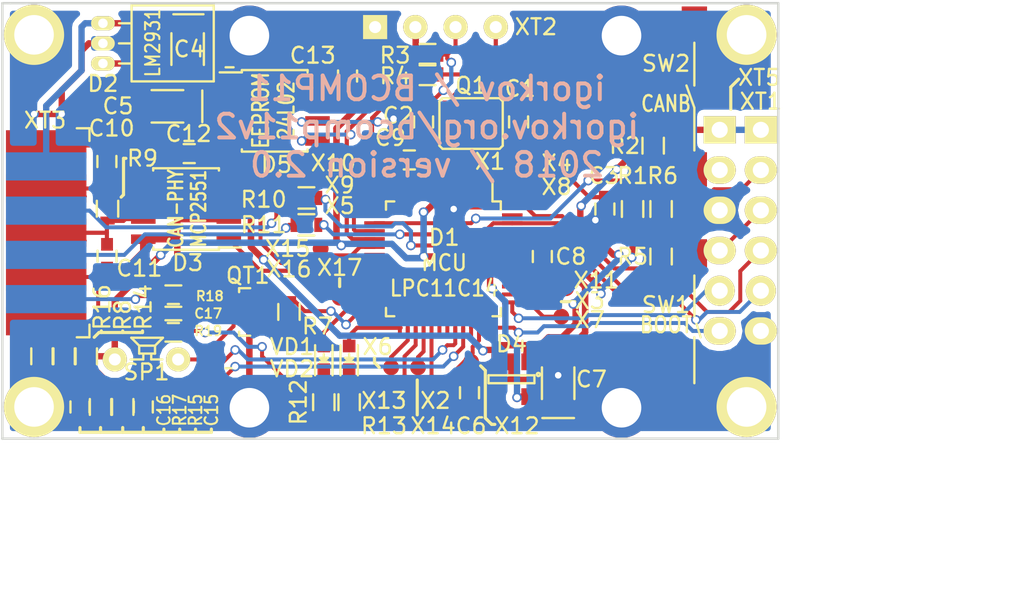
<source format=kicad_pcb>
(kicad_pcb (version 4) (host pcbnew 4.0.1-stable)
  (title_block (title "BCOMP11 Main Board") (date 2017-12-19) (rev 2) (comment 1 2.0) (comment 2 "Igor Kovalenko"))
  (layers (0 F.Cu signal) (31 B.Cu signal) (34 B.Paste user) (35 F.Paste user) (36 B.SilkS user) (37 F.SilkS user) (38 B.Mask user) (39 F.Mask user) (44 Edge.Cuts user))
  (net 0 "")
  (net 1 "Net-(C1-Pad1)")
  (net 2 GND)
  (net 3 "Net-(C2-Pad1)")
  (net 4 /12V)
  (net 5 /5V)
  (net 6 "Net-(C6-Pad2)")
  (net 7 /3.3V)
  (net 8 /CANL)
  (net 9 /CANH)
  (net 10 "Net-(D1-Pad1)")
  (net 11 /BOOT)
  (net 12 "Net-(D1-Pad9)")
  (net 13 "Net-(D1-Pad10)")
  (net 14 "Net-(D1-Pad11)")
  (net 15 "Net-(D1-Pad12)")
  (net 16 /BUTT2)
  (net 17 /I2C_SCL)
  (net 18 /I2C_SDA)
  (net 19 "Net-(D1-Pad17)")
  (net 20 "Net-(D1-Pad18)")
  (net 21 /CAN_RX)
  (net 22 /CAN_TX)
  (net 23 "Net-(D1-Pad21)")
  (net 24 "Net-(D1-Pad22)")
  (net 25 "Net-(D1-Pad23)")
  (net 26 "Net-(D1-Pad24)")
  (net 27 "Net-(D1-Pad25)")
  (net 28 "Net-(D1-Pad27)")
  (net 29 "Net-(D1-Pad28)")
  (net 30 "Net-(D1-Pad29)")
  (net 31 "Net-(D1-Pad30)")
  (net 32 "Net-(D1-Pad31)")
  (net 33 /BEEP)
  (net 34 "Net-(D1-Pad36)")
  (net 35 "Net-(D1-Pad39)")
  (net 36 "Net-(D1-Pad40)")
  (net 37 "Net-(D1-Pad42)")
  (net 38 "Net-(D1-Pad43)")
  (net 39 "Net-(D1-Pad45)")
  (net 40 /RXD)
  (net 41 /TXD)
  (net 42 "Net-(D1-Pad48)")
  (net 43 "Net-(D3-Pad5)")
  (net 44 "Net-(QT1-Pad1)")
  (net 45 "Net-(QT1-Pad3)")
  (net 46 "Net-(R12-Pad2)")
  (net 47 "Net-(R13-Pad2)")
  (net 48 /~RESET)
  (net 49 /CS)
  (net 50 /SCK)
  (net 51 /SO)
  (net 52 /SI)
  (net 53 "Net-(D1-Pad37)")
  (net 54 /ADC0)
  (net 55 /ADC1)
  (net 56 /ADC3)
  (net 57 /AN1)
  (net 58 /AN2)
  (net 59 /AN3)
  (net 60 "Net-(R10-Pad1)")
  (net 61 "Net-(R11-Pad1)")
  (module libs:Pin_Header_Angled_1x06 (layer F.Cu) (at 97.8 58)
    (fp_text reference XT1 (at 0 -1.8) (layer F.SilkS))
    (fp_text value ISP hide)
    (pad 1 thru_hole rect (at 0 0) (size 2.032 1.7272) (drill 1.016) (layers *.Cu *.Mask F.SilkS) (net 5 /5V))
    (pad 2 thru_hole oval (at 0 2.54) (size 2.032 1.7272) (drill 1.016) (layers *.Cu *.Mask F.SilkS) (net 48 /~RESET))
    (pad 3 thru_hole oval (at 0 5.08) (size 2.032 1.7272) (drill 1.016) (layers *.Cu *.Mask F.SilkS) (net 11 /BOOT))
    (pad 4 thru_hole oval (at 0 7.62) (size 2.032 1.7272) (drill 1.016) (layers *.Cu *.Mask F.SilkS) (net 41 /TXD))
    (pad 5 thru_hole circle (at 0 10.16) (size 1.9 1.9) (drill 1.016) (layers *.Cu *.Mask F.SilkS) (net 40 /RXD))
    (pad 6 thru_hole oval (at 0 12.7) (size 2.032 1.7272) (drill 1.016) (layers *.Cu *.Mask F.SilkS) (net 2 GND))
  )
  (module libs:TO-92_Horizontal1_Inline_Narrow_Oval (layer F.Cu) (at 56.25 53.81 90)
    (fp_text reference D2 (at -1.27 0 360) (layer F.SilkS))
    (fp_text value LM2931-5.0 hide)
    (pad 2 thru_hole oval (at 1.27 0 270) (size 0.89916 1.50114) (drill 0.6) (layers *.Cu *.Mask F.SilkS) (net 2 GND))
    (pad 3 thru_hole oval (at 2.54 0 270) (size 0.89916 1.50114) (drill 0.6) (layers *.Cu *.Mask F.SilkS) (net 4 /12V))
    (pad 1 thru_hole oval (at 0 0 270) (size 0.89916 1.50114) (drill 0.6) (layers *.Cu *.Mask F.SilkS) (net 5 /5V))
  )
  (module libs:SW_SPST_FSMSM (layer F.Cu) (at 93.6 70.6 270)
    (fp_text reference SW1 (at -1.55 1.79 360) (layer F.SilkS))
    (fp_text value BUTT1 hide)
    (pad 1 smd rect (at -4.60243 -0.00232 270) (size 2.18 1.6) (layers F.Cu F.Paste F.Mask) (net 11 /BOOT))
    (pad 2 smd rect (at 4.60243 0.00232 270) (size 2.18 1.6) (layers F.Cu F.Paste F.Mask) (net 2 GND))
  )
  (module libs:SW_SPST_FSMSM (layer F.Cu) (at 93.6 55.9 90)
    (fp_text reference SW2 (at 2.09 -1.79 180) (layer F.SilkS))
    (fp_text value BUTT2 hide)
    (pad 1 smd rect (at -4.60243 -0.00232 90) (size 2.18 1.6) (layers F.Cu F.Paste F.Mask) (net 16 /BUTT2))
    (pad 2 smd rect (at 4.60243 0.00232 90) (size 2.18 1.6) (layers F.Cu F.Paste F.Mask) (net 2 GND))
  )
  (module libs:C_1206 (layer F.Cu) (at 85 74 90)
    (fp_text reference C7 (at 0.25 2.1 180) (layer F.SilkS))
    (fp_text value 10u hide)
    (pad 1 smd rect (at -1.5 0 90) (size 1 1.6) (layers F.Cu F.Paste F.Mask) (net 7 /3.3V))
    (pad 2 smd rect (at 1.5 0 90) (size 1 1.6) (layers F.Cu F.Paste F.Mask) (net 2 GND))
  )
  (module libs:C_1206 (layer F.Cu) (at 60.325 56.515 180)
    (fp_text reference C5 (at 3.125 0.015 360) (layer F.SilkS))
    (fp_text value 10u hide)
    (pad 1 smd rect (at -1.5 0 180) (size 1 1.6) (layers F.Cu F.Paste F.Mask) (net 5 /5V))
    (pad 2 smd rect (at 1.5 0 180) (size 1 1.6) (layers F.Cu F.Paste F.Mask) (net 2 GND))
  )
  (module libs:C_1206 (layer F.Cu) (at 61.6 52.9 270)
    (fp_text reference C4 (at 0 -0.1 540) (layer F.SilkS))
    (fp_text value 1u hide)
    (pad 1 smd rect (at -1.5 0 270) (size 1 1.6) (layers F.Cu F.Paste F.Mask) (net 4 /12V))
    (pad 2 smd rect (at 1.5 0 270) (size 1 1.6) (layers F.Cu F.Paste F.Mask) (net 2 GND))
  )
  (module libs:HC0901F (layer F.Cu) (at 59 72.5)
    (fp_text reference SP1 (at 0 0.8 180) (layer F.SilkS))
    (fp_text value SPEAKER hide)
    (pad 1 thru_hole circle (at -2 0) (size 1.524 1.524) (drill 0.762) (layers *.Cu *.Mask F.SilkS) (net 7 /3.3V))
    (pad 2 thru_hole circle (at 2 0) (size 1.524 1.524) (drill 0.762) (layers *.Cu *.Mask F.SilkS) (net 45 "Net-(QT1-Pad3)"))
  )
  (module libs:Pin_Header_Straight_1x06 (layer F.Cu) (at 95.2 58)
    (fp_text reference XT5 (at 2.5 -3.3) (layer F.SilkS))
    (fp_text value EXT hide)
    (pad 1 thru_hole rect (at 0 0) (size 2.032 1.7272) (drill 1.016) (layers *.Cu *.Mask F.SilkS) (net 5 /5V))
    (pad 2 thru_hole oval (at 0 2.54) (size 2.032 1.7272) (drill 1.016) (layers *.Cu *.Mask F.SilkS) (net 16 /BUTT2))
    (pad 3 thru_hole oval (at 0 5.08) (size 2.032 1.7272) (drill 1.016) (layers *.Cu *.Mask F.SilkS) (net 2 GND))
    (pad 4 thru_hole oval (at 0 7.62) (size 2.032 1.7272) (drill 1.016) (layers *.Cu *.Mask F.SilkS) (net 11 /BOOT))
    (pad 5 thru_hole circle (at 0 10.16) (size 1.9 1.9) (drill 1.016) (layers *.Cu *.Mask F.SilkS) (net 53 "Net-(D1-Pad37)"))
    (pad 6 thru_hole oval (at 0 12.7) (size 2.032 1.7272) (drill 1.016) (layers *.Cu *.Mask F.SilkS) (net 34 "Net-(D1-Pad36)"))
  )
  (module libs:OLED_I2C (layer F.Cu) (at 63.5 50.05)
    (fp_text reference XT2 (at 20.1 1.45) (layer F.SilkS))
    (fp_text value OLED hide)
    (pad 1 thru_hole rect (at 9.94 1.46) (size 1.524 1.524) (drill 0.762) (layers *.Cu *.Mask F.SilkS) (net 2 GND))
    (pad 2 thru_hole circle (at 12.48 1.46) (size 1.524 1.524) (drill 0.762) (layers *.Cu *.Mask F.SilkS) (net 7 /3.3V))
    (pad 3 thru_hole circle (at 15.02 1.46) (size 1.524 1.524) (drill 0.762) (layers *.Cu *.Mask F.SilkS) (net 17 /I2C_SCL))
    (pad 4 thru_hole circle (at 17.56 1.46) (size 1.524 1.524) (drill 0.762) (layers *.Cu *.Mask F.SilkS) (net 18 /I2C_SDA))
    (pad 1 thru_hole circle (at 2 2) (size 3.8 3.8) (drill 2.5) (layers *.Cu) (net 2 GND))
    (pad 1 thru_hole circle (at 25.5 2) (size 3.8 3.8) (drill 2.5) (layers *.Cu) (net 2 GND))
    (pad 1 thru_hole circle (at 2 25.5) (size 3.8 3.8) (drill 2.5) (layers *.Cu) (net 2 GND))
    (pad 1 thru_hole circle (at 25.5 25.5) (size 3.8 3.8) (drill 2.5) (layers *.Cu) (net 2 GND))
  )
  (module libs:DB9M_CI (layer F.Cu) (at 50 64.5 90)
    (fp_text reference XT3 (at 7.1 2.6 180) (layer F.SilkS))
    (fp_text value DB9 hide)
    (pad 2 connect rect (at 2.794 2.667 90) (size 1.778 5.08) (layers F.Cu F.Mask) (net 8 /CANL))
    (pad 3 connect rect (at 0 2.667 90) (size 1.778 5.08) (layers F.Cu F.Mask) (net 9 /CANH))
    (pad 4 connect rect (at -2.794 2.667 90) (size 1.778 5.08) (layers F.Cu F.Mask) (net 57 /AN1))
    (pad 5 connect rect (at -5.588 2.667 90) (size 1.778 5.08) (layers F.Cu F.Mask) (net 58 /AN2))
    (pad 1 connect rect (at 5.588 2.667 90) (size 1.778 5.08) (layers F.Cu F.Mask) (net 2 GND))
    (pad 9 connect rect (at -4.191 2.667 90) (size 1.778 5.08) (layers B.Cu B.Mask) (net 59 /AN3))
    (pad 8 connect rect (at -1.397 2.667 90) (size 1.778 5.08) (layers B.Cu B.Mask) (net 61 "Net-(R11-Pad1)"))
    (pad 7 connect rect (at 1.397 2.667 90) (size 1.778 5.08) (layers B.Cu B.Mask) (net 60 "Net-(R10-Pad1)"))
    (pad 6 connect rect (at 4.191 2.667 90) (size 1.778 5.08) (layers B.Cu B.Mask) (net 4 /12V))
  )
  (module libs:C_0603 (layer F.Cu) (at 56.51 65.98 270)
    (fp_text reference C11 (at 0.77 -2.04 360) (layer F.SilkS))
    (fp_text value 22p hide)
    (pad 1 smd rect (at -0.75 0 270) (size 0.8 0.75) (layers F.Cu F.Paste F.Mask) (net 9 /CANH))
    (pad 2 smd rect (at 0.75 0 270) (size 0.8 0.75) (layers F.Cu F.Paste F.Mask) (net 2 GND))
  )
  (module libs:C_0603 (layer F.Cu) (at 61.7 59.5 180)
    (fp_text reference C12 (at 0.0395 1.2545 180) (layer F.SilkS))
    (fp_text value 0.1 hide)
    (pad 1 smd rect (at -0.75 0 180) (size 0.8 0.75) (layers F.Cu F.Paste F.Mask) (net 5 /5V))
    (pad 2 smd rect (at 0.75 0 180) (size 0.8 0.75) (layers F.Cu F.Paste F.Mask) (net 2 GND))
  )
  (module libs:LQFP-48_7x7mm_Pitch0.5mm (layer F.Cu) (at 77.7514 66.1449 270)
    (fp_text reference D1 (at -1.3449 -0.0486 360) (layer F.SilkS))
    (fp_text value LPC11C14FBD48 hide)
    (pad 1 smd rect (at -4.35 -2.75 270) (size 1.3 0.25) (layers F.Cu F.Paste F.Mask) (net 10 "Net-(D1-Pad1)"))
    (pad 2 smd rect (at -4.35 -2.25 270) (size 1.3 0.25) (layers F.Cu F.Paste F.Mask) (net 49 /CS))
    (pad 3 smd rect (at -4.35 -1.75 270) (size 1.3 0.25) (layers F.Cu F.Paste F.Mask) (net 48 /~RESET))
    (pad 4 smd rect (at -4.35 -1.25 270) (size 1.3 0.25) (layers F.Cu F.Paste F.Mask) (net 11 /BOOT))
    (pad 5 smd rect (at -4.35 -0.75 270) (size 1.3 0.25) (layers F.Cu F.Paste F.Mask) (net 2 GND))
    (pad 6 smd rect (at -4.35 -0.25 270) (size 1.3 0.25) (layers F.Cu F.Paste F.Mask) (net 1 "Net-(C1-Pad1)"))
    (pad 7 smd rect (at -4.35 0.25 270) (size 1.3 0.25) (layers F.Cu F.Paste F.Mask) (net 3 "Net-(C2-Pad1)"))
    (pad 8 smd rect (at -4.35 0.75 270) (size 1.3 0.25) (layers F.Cu F.Paste F.Mask) (net 7 /3.3V))
    (pad 9 smd rect (at -4.35 1.25 270) (size 1.3 0.25) (layers F.Cu F.Paste F.Mask) (net 12 "Net-(D1-Pad9)"))
    (pad 10 smd rect (at -4.35 1.75 270) (size 1.3 0.25) (layers F.Cu F.Paste F.Mask) (net 13 "Net-(D1-Pad10)"))
    (pad 11 smd rect (at -4.35 2.25 270) (size 1.3 0.25) (layers F.Cu F.Paste F.Mask) (net 14 "Net-(D1-Pad11)"))
    (pad 12 smd rect (at -4.35 2.75 270) (size 1.3 0.25) (layers F.Cu F.Paste F.Mask) (net 15 "Net-(D1-Pad12)"))
    (pad 13 smd rect (at -2.75 4.35) (size 1.3 0.25) (layers F.Cu F.Paste F.Mask) (net 50 /SCK))
    (pad 14 smd rect (at -2.25 4.35) (size 1.3 0.25) (layers F.Cu F.Paste F.Mask) (net 16 /BUTT2))
    (pad 15 smd rect (at -1.75 4.35) (size 1.3 0.25) (layers F.Cu F.Paste F.Mask) (net 17 /I2C_SCL))
    (pad 16 smd rect (at -1.25 4.35) (size 1.3 0.25) (layers F.Cu F.Paste F.Mask) (net 18 /I2C_SDA))
    (pad 17 smd rect (at -0.75 4.35) (size 1.3 0.25) (layers F.Cu F.Paste F.Mask) (net 19 "Net-(D1-Pad17)"))
    (pad 18 smd rect (at -0.25 4.35) (size 1.3 0.25) (layers F.Cu F.Paste F.Mask) (net 20 "Net-(D1-Pad18)"))
    (pad 19 smd rect (at 0.25 4.35) (size 1.3 0.25) (layers F.Cu F.Paste F.Mask) (net 21 /CAN_RX))
    (pad 20 smd rect (at 0.75 4.35) (size 1.3 0.25) (layers F.Cu F.Paste F.Mask) (net 22 /CAN_TX))
    (pad 21 smd rect (at 1.25 4.35) (size 1.3 0.25) (layers F.Cu F.Paste F.Mask) (net 23 "Net-(D1-Pad21)"))
    (pad 22 smd rect (at 1.75 4.35) (size 1.3 0.25) (layers F.Cu F.Paste F.Mask) (net 24 "Net-(D1-Pad22)"))
    (pad 23 smd rect (at 2.25 4.35) (size 1.3 0.25) (layers F.Cu F.Paste F.Mask) (net 25 "Net-(D1-Pad23)"))
    (pad 24 smd rect (at 2.75 4.35) (size 1.3 0.25) (layers F.Cu F.Paste F.Mask) (net 26 "Net-(D1-Pad24)"))
    (pad 25 smd rect (at 4.35 2.75 270) (size 1.3 0.25) (layers F.Cu F.Paste F.Mask) (net 27 "Net-(D1-Pad25)"))
    (pad 26 smd rect (at 4.35 2.25 270) (size 1.3 0.25) (layers F.Cu F.Paste F.Mask) (net 51 /SO))
    (pad 27 smd rect (at 4.35 1.75 270) (size 1.3 0.25) (layers F.Cu F.Paste F.Mask) (net 28 "Net-(D1-Pad27)"))
    (pad 28 smd rect (at 4.35 1.25 270) (size 1.3 0.25) (layers F.Cu F.Paste F.Mask) (net 29 "Net-(D1-Pad28)"))
    (pad 29 smd rect (at 4.35 0.75 270) (size 1.3 0.25) (layers F.Cu F.Paste F.Mask) (net 30 "Net-(D1-Pad29)"))
    (pad 30 smd rect (at 4.35 0.25 270) (size 1.3 0.25) (layers F.Cu F.Paste F.Mask) (net 31 "Net-(D1-Pad30)"))
    (pad 31 smd rect (at 4.35 -0.25 270) (size 1.3 0.25) (layers F.Cu F.Paste F.Mask) (net 32 "Net-(D1-Pad31)"))
    (pad 32 smd rect (at 4.35 -0.75 270) (size 1.3 0.25) (layers F.Cu F.Paste F.Mask) (net 54 /ADC0))
    (pad 33 smd rect (at 4.35 -1.25 270) (size 1.3 0.25) (layers F.Cu F.Paste F.Mask) (net 55 /ADC1))
    (pad 34 smd rect (at 4.35 -1.75 270) (size 1.3 0.25) (layers F.Cu F.Paste F.Mask) (net 33 /BEEP))
    (pad 35 smd rect (at 4.35 -2.25 270) (size 1.3 0.25) (layers F.Cu F.Paste F.Mask) (net 56 /ADC3))
    (pad 36 smd rect (at 4.35 -2.75 270) (size 1.3 0.25) (layers F.Cu F.Paste F.Mask) (net 34 "Net-(D1-Pad36)"))
    (pad 37 smd rect (at 2.75 -4.35) (size 1.3 0.25) (layers F.Cu F.Paste F.Mask) (net 53 "Net-(D1-Pad37)"))
    (pad 38 smd rect (at 2.25 -4.35) (size 1.3 0.25) (layers F.Cu F.Paste F.Mask) (net 52 /SI))
    (pad 39 smd rect (at 1.75 -4.35) (size 1.3 0.25) (layers F.Cu F.Paste F.Mask) (net 35 "Net-(D1-Pad39)"))
    (pad 40 smd rect (at 1.25 -4.35) (size 1.3 0.25) (layers F.Cu F.Paste F.Mask) (net 36 "Net-(D1-Pad40)"))
    (pad 41 smd rect (at 0.75 -4.35) (size 1.3 0.25) (layers F.Cu F.Paste F.Mask) (net 2 GND))
    (pad 42 smd rect (at 0.25 -4.35) (size 1.3 0.25) (layers F.Cu F.Paste F.Mask) (net 37 "Net-(D1-Pad42)"))
    (pad 43 smd rect (at -0.25 -4.35) (size 1.3 0.25) (layers F.Cu F.Paste F.Mask) (net 38 "Net-(D1-Pad43)"))
    (pad 44 smd rect (at -0.75 -4.35) (size 1.3 0.25) (layers F.Cu F.Paste F.Mask) (net 7 /3.3V))
    (pad 45 smd rect (at -1.25 -4.35) (size 1.3 0.25) (layers F.Cu F.Paste F.Mask) (net 39 "Net-(D1-Pad45)"))
    (pad 46 smd rect (at -1.75 -4.35) (size 1.3 0.25) (layers F.Cu F.Paste F.Mask) (net 40 /RXD))
    (pad 47 smd rect (at -2.25 -4.35) (size 1.3 0.25) (layers F.Cu F.Paste F.Mask) (net 41 /TXD))
    (pad 48 smd rect (at -2.75 -4.35) (size 1.3 0.25) (layers F.Cu F.Paste F.Mask) (net 42 "Net-(D1-Pad48)"))
  )
  (module libs:PAD (layer F.Cu) (at 73 60.1)
    (fp_text reference X10 (at -2.2 0) (layer F.SilkS))
    (fp_text value PIO2.8 hide)
    (pad 1 smd circle (at 0 0) (size 1 1) (layers F.Cu F.Paste F.Mask) (net 15 "Net-(D1-Pad12)"))
  )
  (module libs:PAD (layer F.Cu) (at 73 61.3)
    (fp_text reference X9 (at -1.8 0.2) (layer F.SilkS))
    (fp_text value PIO2.7 hide)
    (pad 1 smd circle (at 0 0) (size 1 1) (layers F.Cu F.Paste F.Mask) (net 14 "Net-(D1-Pad11)"))
  )
  (module libs:PAD (layer F.Cu) (at 85.2 69.8)
    (fp_text reference X7 (at 1.8 0.2) (layer F.SilkS))
    (fp_text value MOSI1 hide)
    (pad 1 smd circle (at 0 0) (size 1 1) (layers F.Cu F.Paste F.Mask) (net 52 /SI))
  )
  (module libs:PAD (layer F.Cu) (at 74.45 73)
    (fp_text reference X6 (at -0.85 -1.3) (layer F.SilkS))
    (fp_text value MISO1 hide)
    (pad 1 smd circle (at 0 0) (size 1 1) (layers F.Cu F.Paste F.Mask) (net 51 /SO))
  )
  (module libs:PAD (layer F.Cu) (at 73 62.5)
    (fp_text reference X5 (at -1.8 0.3) (layer F.SilkS))
    (fp_text value SCK1 hide)
    (pad 1 smd circle (at 0 0) (size 1 1) (layers F.Cu F.Paste F.Mask) (net 50 /SCK))
  )
  (module libs:PAD (layer F.Cu) (at 83.3 60.1)
    (fp_text reference X4 (at 1.6 0) (layer F.SilkS))
    (fp_text value SSEL1 hide)
    (pad 1 smd circle (at 0 0) (size 1 1) (layers F.Cu F.Paste F.Mask) (net 49 /CS))
  )
  (module libs:R_0603 (layer F.Cu) (at 76.75 53.25 180)
    (fp_text reference R3 (at 2.05 -0.05 180) (layer F.SilkS))
    (fp_text value 4.7k hide)
    (pad 1 smd rect (at -0.75 0 180) (size 0.5 0.9) (layers F.Cu F.Paste F.Mask) (net 17 /I2C_SCL))
    (pad 2 smd rect (at 0.75 0 180) (size 0.5 0.9) (layers F.Cu F.Paste F.Mask) (net 7 /3.3V))
  )
  (module libs:C_0603 (layer F.Cu) (at 82.5 57.5 270)
    (fp_text reference C1 (at -2.1 -0.1 360) (layer F.SilkS))
    (fp_text value 22p hide)
    (pad 1 smd rect (at -0.75 0 270) (size 0.8 0.75) (layers F.Cu F.Paste F.Mask) (net 1 "Net-(C1-Pad1)"))
    (pad 2 smd rect (at 0.75 0 270) (size 0.8 0.75) (layers F.Cu F.Paste F.Mask) (net 2 GND))
  )
  (module libs:C_0603 (layer F.Cu) (at 76.5 57.5 90)
    (fp_text reference C2 (at 0.4 -1.6 180) (layer F.SilkS))
    (fp_text value 22p hide)
    (pad 1 smd rect (at -0.75 0 90) (size 0.8 0.75) (layers F.Cu F.Paste F.Mask) (net 3 "Net-(C2-Pad1)"))
    (pad 2 smd rect (at 0.75 0 90) (size 0.8 0.75) (layers F.Cu F.Paste F.Mask) (net 2 GND))
  )
  (module libs:C_0603 (layer F.Cu) (at 87.95 63 90)
    (fp_text reference C3 (at 2.1 -0.05 360) (layer F.SilkS))
    (fp_text value 0.1 hide)
    (pad 1 smd rect (at -0.75 0 90) (size 0.8 0.75) (layers F.Cu F.Paste F.Mask) (net 2 GND))
    (pad 2 smd rect (at 0.75 0 90) (size 0.8 0.75) (layers F.Cu F.Paste F.Mask) (net 48 /~RESET))
  )
  (module libs:C_0603 (layer F.Cu) (at 79.4 74.6 270)
    (fp_text reference C6 (at 2.1 -0.1 360) (layer F.SilkS))
    (fp_text value 0.1 hide)
    (pad 1 smd rect (at -0.75 0 270) (size 0.8 0.75) (layers F.Cu F.Paste F.Mask) (net 2 GND))
    (pad 2 smd rect (at 0.75 0 270) (size 0.8 0.75) (layers F.Cu F.Paste F.Mask) (net 6 "Net-(C6-Pad2)"))
  )
  (module libs:C_0603 (layer F.Cu) (at 84 66 270)
    (fp_text reference C8 (at 0 -1.8 360) (layer F.SilkS))
    (fp_text value 0.1 hide)
    (pad 1 smd rect (at -0.75 0 270) (size 0.8 0.75) (layers F.Cu F.Paste F.Mask) (net 7 /3.3V))
    (pad 2 smd rect (at 0.75 0 270) (size 0.8 0.75) (layers F.Cu F.Paste F.Mask) (net 2 GND))
  )
  (module libs:C_0603 (layer F.Cu) (at 75.6 59.9 180)
    (fp_text reference C9 (at 1.2 1.4 180) (layer F.SilkS))
    (fp_text value 0.1 hide)
    (pad 1 smd rect (at -0.75 0 180) (size 0.8 0.75) (layers F.Cu F.Paste F.Mask) (net 7 /3.3V))
    (pad 2 smd rect (at 0.75 0 180) (size 0.8 0.75) (layers F.Cu F.Paste F.Mask) (net 2 GND))
  )
  (module libs:C_0603 (layer F.Cu) (at 56.5 60 90)
    (fp_text reference C10 (at 2.1 0.3 180) (layer F.SilkS))
    (fp_text value 22p hide)
    (pad 1 smd rect (at -0.75 0 90) (size 0.8 0.75) (layers F.Cu F.Paste F.Mask) (net 8 /CANL))
    (pad 2 smd rect (at 0.75 0 90) (size 0.8 0.75) (layers F.Cu F.Paste F.Mask) (net 2 GND))
  )
  (module libs:SOIC-8_3.9x4.9mm_Pitch1.27mm (layer F.Cu) (at 61.5 63 180)
    (fp_text reference D3 (at -0.1 -3.4 180) (layer F.SilkS))
    (fp_text value MCP2551 hide)
    (pad 1 smd rect (at -2.7 -1.905 180) (size 1.55 0.6) (layers F.Cu F.Paste F.Mask) (net 22 /CAN_TX))
    (pad 2 smd rect (at -2.7 -0.635 180) (size 1.55 0.6) (layers F.Cu F.Paste F.Mask) (net 2 GND))
    (pad 3 smd rect (at -2.7 0.635 180) (size 1.55 0.6) (layers F.Cu F.Paste F.Mask) (net 5 /5V))
    (pad 4 smd rect (at -2.7 1.905 180) (size 1.55 0.6) (layers F.Cu F.Paste F.Mask) (net 21 /CAN_RX))
    (pad 5 smd rect (at 2.7 1.905 180) (size 1.55 0.6) (layers F.Cu F.Paste F.Mask) (net 43 "Net-(D3-Pad5)"))
    (pad 6 smd rect (at 2.7 0.635 180) (size 1.55 0.6) (layers F.Cu F.Paste F.Mask) (net 8 /CANL))
    (pad 7 smd rect (at 2.7 -0.635 180) (size 1.55 0.6) (layers F.Cu F.Paste F.Mask) (net 9 /CANH))
    (pad 8 smd rect (at 2.7 -1.905 180) (size 1.55 0.6) (layers F.Cu F.Paste F.Mask) (net 2 GND))
  )
  (module libs:SOT-23-5 (layer F.Cu) (at 82.05 73.75 270)
    (fp_text reference D4 (at -2.225 0 360) (layer F.SilkS))
    (fp_text value LP2985-3.3 hide)
    (pad 1 smd rect (at -1.1 -0.95 270) (size 1.06 0.65) (layers F.Cu F.Paste F.Mask) (net 5 /5V))
    (pad 2 smd rect (at -1.1 0 270) (size 1.06 0.65) (layers F.Cu F.Paste F.Mask) (net 2 GND))
    (pad 3 smd rect (at -1.1 0.95 270) (size 1.06 0.65) (layers F.Cu F.Paste F.Mask) (net 5 /5V))
    (pad 4 smd rect (at 1.1 0.95 270) (size 1.06 0.65) (layers F.Cu F.Paste F.Mask) (net 6 "Net-(C6-Pad2)"))
    (pad 5 smd rect (at 1.1 -0.95 270) (size 1.06 0.65) (layers F.Cu F.Paste F.Mask) (net 7 /3.3V))
  )
  (module libs:KX-7 (layer F.Cu) (at 79.5 57.6 180)
    (fp_text reference Q1 (at 0 2.4 180) (layer F.SilkS))
    (fp_text value KX-7_12MHZ hide)
    (pad 1 smd rect (at -1.15 0.9 180) (size 1.3 1.1) (layers F.Cu F.Paste F.Mask) (net 1 "Net-(C1-Pad1)"))
    (pad 2 smd rect (at 1.15 0.9 180) (size 1.3 1.1) (layers F.Cu F.Paste F.Mask) (net 2 GND))
    (pad 3 smd rect (at 1.15 -0.9 180) (size 1.3 1.1) (layers F.Cu F.Paste F.Mask) (net 3 "Net-(C2-Pad1)"))
    (pad 4 smd rect (at -1.15 -0.9 180) (size 1.3 1.1) (layers F.Cu F.Paste F.Mask) (net 2 GND))
  )
  (module libs:SOT-23 (layer F.Cu) (at 65.5 69.5 90)
    (fp_text reference QT1 (at 2.3 -0.1 180) (layer F.SilkS))
    (fp_text value BC817 hide)
    (pad 1 smd rect (at -0.95 1.00076 90) (size 0.8001 0.8001) (layers F.Cu F.Paste F.Mask) (net 44 "Net-(QT1-Pad1)"))
    (pad 2 smd rect (at 0.95 1.00076 90) (size 0.8001 0.8001) (layers F.Cu F.Paste F.Mask) (net 2 GND))
    (pad 3 smd rect (at 0 -0.99822 90) (size 0.8001 0.8001) (layers F.Cu F.Paste F.Mask) (net 45 "Net-(QT1-Pad3)"))
  )
  (module libs:R_0603 (layer F.Cu) (at 89.7 63 270)
    (fp_text reference R1 (at -2.1 0 360) (layer F.SilkS))
    (fp_text value 10k hide)
    (pad 1 smd rect (at -0.75 0 270) (size 0.5 0.9) (layers F.Cu F.Paste F.Mask) (net 48 /~RESET))
    (pad 2 smd rect (at 0.75 0 270) (size 0.5 0.9) (layers F.Cu F.Paste F.Mask) (net 7 /3.3V))
  )
  (module libs:R_0603 (layer F.Cu) (at 91 59 90)
    (fp_text reference R2 (at 0 -1.8 180) (layer F.SilkS))
    (fp_text value INF hide)
    (pad 1 smd rect (at -0.75 0 90) (size 0.5 0.9) (layers F.Cu F.Paste F.Mask) (net 16 /BUTT2))
    (pad 2 smd rect (at 0.75 0 90) (size 0.5 0.9) (layers F.Cu F.Paste F.Mask) (net 2 GND))
  )
  (module libs:R_0603 (layer F.Cu) (at 76.75 54.5 180)
    (fp_text reference R4 (at 2.05 -0.1 180) (layer F.SilkS))
    (fp_text value 4.7k hide)
    (pad 1 smd rect (at -0.75 0 180) (size 0.5 0.9) (layers F.Cu F.Paste F.Mask) (net 18 /I2C_SDA))
    (pad 2 smd rect (at 0.75 0 180) (size 0.5 0.9) (layers F.Cu F.Paste F.Mask) (net 7 /3.3V))
  )
  (module libs:R_0603 (layer F.Cu) (at 91.5 66 90)
    (fp_text reference R5 (at 0 -1.8 180) (layer F.SilkS))
    (fp_text value 10k hide)
    (pad 1 smd rect (at -0.75 0 90) (size 0.5 0.9) (layers F.Cu F.Paste F.Mask) (net 11 /BOOT))
    (pad 2 smd rect (at 0.75 0 90) (size 0.5 0.9) (layers F.Cu F.Paste F.Mask) (net 7 /3.3V))
  )
  (module libs:R_0603 (layer F.Cu) (at 91.5 63 90)
    (fp_text reference R6 (at 2.1 0.1 180) (layer F.SilkS))
    (fp_text value 10k hide)
    (pad 1 smd rect (at -0.75 0 90) (size 0.5 0.9) (layers F.Cu F.Paste F.Mask) (net 7 /3.3V))
    (pad 2 smd rect (at 0.75 0 90) (size 0.5 0.9) (layers F.Cu F.Paste F.Mask) (net 16 /BUTT2))
  )
  (module libs:R_0603 (layer F.Cu) (at 68 69.5 270)
    (fp_text reference R7 (at 0.9 -1.8 360) (layer F.SilkS))
    (fp_text value 1k hide)
    (pad 1 smd rect (at -0.75 0 270) (size 0.5 0.9) (layers F.Cu F.Paste F.Mask) (net 33 /BEEP))
    (pad 2 smd rect (at 0.75 0 270) (size 0.5 0.9) (layers F.Cu F.Paste F.Mask) (net 44 "Net-(QT1-Pad1)"))
  )
  (module libs:R_0603 (layer F.Cu) (at 70.2 75.2 90)
    (fp_text reference R12 (at 0 -1.6 270) (layer F.SilkS))
    (fp_text value 680 hide)
    (pad 1 smd rect (at -0.75 0 90) (size 0.5 0.9) (layers F.Cu F.Paste F.Mask) (net 2 GND))
    (pad 2 smd rect (at 0.75 0 90) (size 0.5 0.9) (layers F.Cu F.Paste F.Mask) (net 46 "Net-(R12-Pad2)"))
  )
  (module libs:R_0603 (layer F.Cu) (at 71.8 75.2 90)
    (fp_text reference R13 (at -1.5 2.2 180) (layer F.SilkS))
    (fp_text value 680 hide)
    (pad 1 smd rect (at -0.75 0 90) (size 0.5 0.9) (layers F.Cu F.Paste F.Mask) (net 2 GND))
    (pad 2 smd rect (at 0.75 0 90) (size 0.5 0.9) (layers F.Cu F.Paste F.Mask) (net 47 "Net-(R13-Pad2)"))
  )
  (module libs:LED-0603 (layer F.Cu) (at 70.2 72.4 90)
    (fp_text reference VD1 (at 0.7 -2 180) (layer F.SilkS))
    (fp_text value LED hide)
    (pad 2 smd rect (at 0.7493 0 270) (size 0.79756 0.79756) (layers F.Cu F.Paste F.Mask) (net 26 "Net-(D1-Pad24)"))
    (pad 1 smd rect (at -0.7493 0 270) (size 0.79756 0.79756) (layers F.Cu F.Paste F.Mask) (net 46 "Net-(R12-Pad2)"))
  )
  (module libs:LED-0603 (layer F.Cu) (at 71.8 72.4 90)
    (fp_text reference VD2 (at -0.7 -3.6 180) (layer F.SilkS))
    (fp_text value LED hide)
    (pad 2 smd rect (at 0.7493 0 270) (size 0.79756 0.79756) (layers F.Cu F.Paste F.Mask) (net 27 "Net-(D1-Pad25)"))
    (pad 1 smd rect (at -0.7493 0 270) (size 0.79756 0.79756) (layers F.Cu F.Paste F.Mask) (net 47 "Net-(R13-Pad2)"))
  )
  (module libs:PAD (layer F.Cu) (at 82.1 59.6)
    (fp_text reference X1 (at -1.4 0.4) (layer F.SilkS))
    (fp_text value ~RESET hide)
    (pad 1 smd circle (at 0 0) (size 1 1) (layers F.Cu F.Paste F.Mask) (net 48 /~RESET))
  )
  (module libs:PAD (layer F.Cu) (at 77 73.95)
    (fp_text reference X2 (at 0.25 1.15) (layer F.SilkS))
    (fp_text value SWCLK hide)
    (pad 1 smd circle (at 0 0) (size 1 1) (layers F.Cu F.Paste F.Mask) (net 30 "Net-(D1-Pad29)"))
  )
  (module libs:PAD (layer F.Cu) (at 84.4 68.8)
    (fp_text reference X3 (at 2.6 0) (layer F.SilkS))
    (fp_text value SWDIO hide)
    (pad 1 smd circle (at 0 0) (size 1 1) (layers F.Cu F.Paste F.Mask) (net 35 "Net-(D1-Pad39)"))
  )
  (module libs:PAD (layer F.Cu) (at 83.2 61.5)
    (fp_text reference X8 (at 1.7 0.1) (layer F.SilkS))
    (fp_text value PIO2.6 hide)
    (pad 1 smd circle (at 0 0) (size 1 1) (layers F.Cu F.Paste F.Mask) (net 10 "Net-(D1-Pad1)"))
  )
  (module libs:PAD (layer F.Cu) (at 85.5 68)
    (fp_text reference X11 (at 1.9 -0.5) (layer F.SilkS))
    (fp_text value PIO1.4 hide)
    (pad 1 smd circle (at 0 0) (size 1 1) (layers F.Cu F.Paste F.Mask) (net 36 "Net-(D1-Pad40)"))
  )
  (module libs:PAD (layer F.Cu) (at 75.3 73.95)
    (fp_text reference X13 (at -1.3 1.15) (layer F.SilkS))
    (fp_text value PIO0.8 hide)
    (pad 1 smd circle (at 0 0) (size 1 1) (layers F.Cu F.Paste F.Mask) (net 28 "Net-(D1-Pad27)"))
  )
  (module libs:PAD (layer F.Cu) (at 76.15 73)
    (fp_text reference X14 (at 0.95 3.7) (layer F.SilkS))
    (fp_text value PIO0.9 hide)
    (pad 1 smd circle (at 0 0) (size 1 1) (layers F.Cu F.Paste F.Mask) (net 29 "Net-(D1-Pad28)"))
  )
  (module libs:C_0603 (layer F.Cu) (at 71.7 54.6 270)
    (fp_text reference C13 (at -1.3 2.2 360) (layer F.SilkS))
    (fp_text value 0.1 hide)
    (pad 1 smd rect (at -0.75 0 270) (size 0.8 0.75) (layers F.Cu F.Paste F.Mask) (net 7 /3.3V))
    (pad 2 smd rect (at 0.75 0 270) (size 0.8 0.75) (layers F.Cu F.Paste F.Mask) (net 2 GND))
  )
  (module libs:SOIC-8_3.9x4.9mm_Pitch1.27mm (layer F.Cu) (at 67.1 56.8)
    (fp_text reference D5 (at 0.11 3.4) (layer F.SilkS))
    (fp_text value 24C16 hide)
    (pad 1 smd rect (at -2.7 -1.905) (size 1.55 0.6) (layers F.Cu F.Paste F.Mask) (net 2 GND))
    (pad 2 smd rect (at -2.7 -0.635) (size 1.55 0.6) (layers F.Cu F.Paste F.Mask) (net 2 GND))
    (pad 3 smd rect (at -2.7 0.635) (size 1.55 0.6) (layers F.Cu F.Paste F.Mask) (net 2 GND))
    (pad 4 smd rect (at -2.7 1.905) (size 1.55 0.6) (layers F.Cu F.Paste F.Mask) (net 2 GND))
    (pad 5 smd rect (at 2.7 1.905) (size 1.55 0.6) (layers F.Cu F.Paste F.Mask) (net 18 /I2C_SDA))
    (pad 6 smd rect (at 2.7 0.635) (size 1.55 0.6) (layers F.Cu F.Paste F.Mask) (net 17 /I2C_SCL))
    (pad 7 smd rect (at 2.7 -0.635) (size 1.55 0.6) (layers F.Cu F.Paste F.Mask) (net 2 GND))
    (pad 8 smd rect (at 2.7 -1.905) (size 1.55 0.6) (layers F.Cu F.Paste F.Mask) (net 7 /3.3V))
  )
  (module libs:R_0603 (layer F.Cu) (at 56.54 62.98 90)
    (fp_text reference R9 (at 3.18 2.21 180) (layer F.SilkS))
    (fp_text value 120 hide)
    (pad 1 smd rect (at -0.75 0 90) (size 0.5 0.9) (layers F.Cu F.Paste F.Mask) (net 9 /CANH))
    (pad 2 smd rect (at 0.75 0 90) (size 0.5 0.9) (layers F.Cu F.Paste F.Mask) (net 8 /CANL))
  )
  (module libs:C_0603 (layer F.Cu) (at 58.8 75.5 90)
    (fp_text reference C15 (at -0.2 4.3 90) (layer F.SilkS) (effects (font (size 0.8 0.7) (thickness 0.13))))
    (fp_text value 0.1 hide)
    (pad 1 smd rect (at -0.75 0 90) (size 0.8 0.75) (layers F.Cu F.Paste F.Mask) (net 2 GND))
    (pad 2 smd rect (at 0.75 0 90) (size 0.8 0.75) (layers F.Cu F.Paste F.Mask) (net 54 /ADC0))
  )
  (module libs:C_0603 (layer F.Cu) (at 54.8 75.5 90)
    (fp_text reference C16 (at -0.2 5.3 90) (layer F.SilkS) (effects (font (size 0.8 0.7) (thickness 0.12))))
    (fp_text value 0.1 hide)
    (pad 1 smd rect (at -0.75 0 90) (size 0.8 0.75) (layers F.Cu F.Paste F.Mask) (net 2 GND))
    (pad 2 smd rect (at 0.75 0 90) (size 0.8 0.75) (layers F.Cu F.Paste F.Mask) (net 55 /ADC1))
  )
  (module libs:R_0603 (layer F.Cu) (at 55.2 72.3 90)
    (fp_text reference R14 (at 3.1 3.6 270) (layer F.SilkS))
    (fp_text value 0 hide)
    (pad 1 smd rect (at -0.75 0 90) (size 0.5 0.9) (layers F.Cu F.Paste F.Mask) (net 54 /ADC0))
    (pad 2 smd rect (at 0.75 0 90) (size 0.5 0.9) (layers F.Cu F.Paste F.Mask) (net 57 /AN1))
  )
  (module libs:R_0603 (layer F.Cu) (at 57.5 75.5 270)
    (fp_text reference R15 (at 0.2 -4.6 270) (layer F.SilkS) (effects (font (size 0.8 0.7) (thickness 0.13))))
    (fp_text value inf hide)
    (pad 1 smd rect (at -0.75 0 270) (size 0.5 0.9) (layers F.Cu F.Paste F.Mask) (net 54 /ADC0))
    (pad 2 smd rect (at 0.75 0 270) (size 0.5 0.9) (layers F.Cu F.Paste F.Mask) (net 2 GND))
  )
  (module libs:R_0603 (layer F.Cu) (at 52.4 72.3 90)
    (fp_text reference R16 (at 3.1 3.8 270) (layer F.SilkS))
    (fp_text value 10k hide)
    (pad 1 smd rect (at -0.75 0 90) (size 0.5 0.9) (layers F.Cu F.Paste F.Mask) (net 55 /ADC1))
    (pad 2 smd rect (at 0.75 0 90) (size 0.5 0.9) (layers F.Cu F.Paste F.Mask) (net 58 /AN2))
  )
  (module libs:R_0603 (layer F.Cu) (at 56.1 75.5 270)
    (fp_text reference R17 (at 0.2 -5 270) (layer F.SilkS) (effects (font (size 0.8 0.7) (thickness 0.13))))
    (fp_text value 10k hide)
    (pad 1 smd rect (at -0.75 0 270) (size 0.5 0.9) (layers F.Cu F.Paste F.Mask) (net 55 /ADC1))
    (pad 2 smd rect (at 0.75 0 270) (size 0.5 0.9) (layers F.Cu F.Paste F.Mask) (net 2 GND))
  )
  (module libs:PAD (layer F.Cu) (at 79.5 72.65)
    (fp_text reference X12 (at 2.9 4.05) (layer F.SilkS))
    (fp_text value ADC3 hide)
    (pad 1 smd circle (at 0 0) (size 1 1) (layers F.Cu F.Paste F.Mask) (net 56 /ADC3))
  )
  (module libs:R_0603 (layer F.Cu) (at 53.8 72.3 90)
    (fp_text reference R8 (at 2.6 3.7 90) (layer F.SilkS))
    (fp_text value 10k hide)
    (pad 1 smd rect (at -0.75 0 90) (size 0.5 0.9) (layers F.Cu F.Paste F.Mask) (net 54 /ADC0))
    (pad 2 smd rect (at 0.75 0 90) (size 0.5 0.9) (layers F.Cu F.Paste F.Mask) (net 7 /3.3V))
  )
  (module libs:C_0603 (layer F.Cu) (at 60.7 69.6)
    (fp_text reference C17 (at 2.2 0) (layer F.SilkS) (effects (font (size 0.6 0.6) (thickness 0.12))))
    (fp_text value 0.1 hide)
    (pad 1 smd rect (at -0.75 0) (size 0.8 0.75) (layers F.Cu F.Paste F.Mask) (net 2 GND))
    (pad 2 smd rect (at 0.75 0) (size 0.8 0.75) (layers F.Cu F.Paste F.Mask) (net 56 /ADC3))
  )
  (module libs:R_0603 (layer F.Cu) (at 60.7 68.5 180)
    (fp_text reference R18 (at -2.3 0 180) (layer F.SilkS) (effects (font (size 0.6 0.6) (thickness 0.12))))
    (fp_text value 10k hide)
    (pad 1 smd rect (at -0.75 0 180) (size 0.5 0.9) (layers F.Cu F.Paste F.Mask) (net 56 /ADC3))
    (pad 2 smd rect (at 0.75 0 180) (size 0.5 0.9) (layers F.Cu F.Paste F.Mask) (net 59 /AN3))
  )
  (module libs:R_0603 (layer F.Cu) (at 60.7 70.7 180)
    (fp_text reference R19 (at -2.2 0 180) (layer F.SilkS) (effects (font (size 0.6 0.6) (thickness 0.12))))
    (fp_text value 10k hide)
    (pad 1 smd rect (at -0.75 0 180) (size 0.5 0.9) (layers F.Cu F.Paste F.Mask) (net 56 /ADC3))
    (pad 2 smd rect (at 0.75 0 180) (size 0.5 0.9) (layers F.Cu F.Paste F.Mask) (net 2 GND))
  )
  (module libs:PAD (layer F.Cu) (at 70 65.5)
    (fp_text reference X15 (at -2.075 0) (layer F.SilkS))
    (fp_text value MAT0 hide)
    (pad 1 smd circle (at 0 0) (size 1 1) (layers F.Cu F.Paste F.Mask) (net 19 "Net-(D1-Pad17)"))
  )
  (module libs:R_0603 (layer F.Cu) (at 69.1 62.3)
    (fp_text reference R10 (at -2.7 0.1) (layer F.SilkS))
    (fp_text value 0 hide)
    (pad 1 smd rect (at -0.75 0) (size 0.5 0.9) (layers F.Cu F.Paste F.Mask) (net 60 "Net-(R10-Pad1)"))
    (pad 2 smd rect (at 0.75 0) (size 0.5 0.9) (layers F.Cu F.Paste F.Mask) (net 40 /RXD))
  )
  (module libs:R_0603 (layer F.Cu) (at 69.1 64)
    (fp_text reference R11 (at -2.7 0) (layer F.SilkS))
    (fp_text value 0 hide)
    (pad 1 smd rect (at -0.75 0) (size 0.5 0.9) (layers F.Cu F.Paste F.Mask) (net 61 "Net-(R11-Pad1)"))
    (pad 2 smd rect (at 0.75 0) (size 0.5 0.9) (layers F.Cu F.Paste F.Mask) (net 41 /TXD))
  )
  (module libs:PAD (layer F.Cu) (at 69.65 67.75)
    (fp_text reference X16 (at -1.65 -0.95) (layer F.SilkS))
    (fp_text value PIO0.6 hide)
    (pad 1 smd circle (at 0 0) (size 1 1) (layers F.Cu F.Paste F.Mask) (net 24 "Net-(D1-Pad22)"))
  )
  (module libs:PAD (layer F.Cu) (at 71.2 68.6)
    (fp_text reference X17 (at 0 -1.9) (layer F.SilkS))
    (fp_text value PIO0.7 hide)
    (pad 1 smd circle (at 0 0) (size 1 1) (layers F.Cu F.Paste F.Mask) (net 25 "Net-(D1-Pad23)"))
  )
  (module libs:Hole (layer F.Cu) (at 96.9 52)
    (fp_text reference REF** hide)
    (fp_text value Hole hide)
    (pad 1 thru_hole circle (at 0 0) (size 3.8 3.8) (drill 2.5) (layers *.Cu *.Mask F.SilkS) (net 2 GND))
  )
  (module libs:Hole (layer F.Cu) (at 96.9 75.5)
    (fp_text reference REF** hide)
    (fp_text value Hole hide)
    (pad 1 thru_hole circle (at 0 0) (size 3.8 3.8) (drill 2.5) (layers *.Cu *.Mask F.SilkS) (net 2 GND))
  )
  (module libs:Hole (layer F.Cu) (at 51.9 52)
    (fp_text reference REF** hide)
    (fp_text value Hole hide)
    (pad 1 thru_hole circle (at 0 0) (size 3.8 3.8) (drill 2.5) (layers *.Cu *.Mask F.SilkS) (net 2 GND))
  )
  (module libs:Hole (layer F.Cu) (at 51.9 75.5)
    (fp_text reference REF** hide)
    (fp_text value Hole hide)
    (pad 1 thru_hole circle (at 0 0) (size 3.8 3.8) (drill 2.5) (layers *.Cu *.Mask F.SilkS) (net 2 GND))
  )
  (gr_line (start 98.9 50) (end 50.4 50) (angle 90) (layer Edge.Cuts) (width 0.15))
  (gr_line (start 98.9 77.5) (end 49.9 77.5) (angle 90) (layer Edge.Cuts) (width 0.15))
  (gr_line (start 98.9 77.5) (end 98.9 50) (angle 90) (layer Edge.Cuts) (width 0.15))
  (gr_line (start 56 70.8) (end 55.7 71.1) (angle 90) (layer F.SilkS) (width 0.2))
  (gr_line (start 58.6 70.8) (end 56 70.8) (angle 90) (layer F.SilkS) (width 0.2))
  (gr_line (start 58.8 77.1) (end 58.8 76.8) (angle 90) (layer F.SilkS) (width 0.2))
  (gr_line (start 57.5 77.1) (end 57.5 76.8) (angle 90) (layer F.SilkS) (width 0.2))
  (gr_line (start 56.1 77.1) (end 56.1 76.8) (angle 90) (layer F.SilkS) (width 0.2))
  (gr_line (start 54.8 77.1) (end 54.8 76.8) (angle 90) (layer F.SilkS) (width 0.2))
  (gr_line (start 60.1 76.9) (end 60.1 77.1) (angle 90) (layer F.SilkS) (width 0.2))
  (gr_line (start 61.1 76.9) (end 61.1 77.1) (angle 90) (layer F.SilkS) (width 0.2))
  (gr_line (start 62.1 76.9) (end 62.1 77.1) (angle 90) (layer F.SilkS) (width 0.2))
  (gr_line (start 63.1 77.1) (end 63.1 76.9) (angle 90) (layer F.SilkS) (width 0.2))
  (gr_line (start 54.8 77.1) (end 63.1 77.1) (angle 90) (layer F.SilkS) (width 0.2))
  (gr_line (start 71.2 67.9) (end 71.2 67.4) (angle 90) (layer F.SilkS) (width 0.2))
  (gr_line (start 95.9 55.3) (end 96.4 54.8) (angle 90) (layer F.SilkS) (width 0.2))
  (gr_line (start 95.9 56.7) (end 95.9 55.3) (angle 90) (layer F.SilkS) (width 0.2))
  (gr_line (start 76.1 76) (end 76.1 73.8) (angle 90) (layer F.SilkS) (width 0.2))
  (gr_line (start 73.4 72.7) (end 73.7 73) (angle 90) (layer F.SilkS) (width 0.2))
  (gr_line (start 73.4 72.4) (end 73.4 72.7) (angle 90) (layer F.SilkS) (width 0.2))
  (gr_line (start 80.4 73.2) (end 80.1 72.9) (angle 90) (layer F.SilkS) (width 0.2))
  (gr_line (start 80.4 76.2) (end 80.4 73.2) (angle 90) (layer F.SilkS) (width 0.2))
  (gr_line (start 80.5 76.3) (end 80.4 76.2) (angle 90) (layer F.SilkS) (width 0.2))
  (gr_line (start 80.8 76.6) (end 80.5 76.3) (angle 90) (layer F.SilkS) (width 0.2))
  (gr_line (start 81 76.6) (end 80.8 76.6) (angle 90) (layer F.SilkS) (width 0.2))
  (gr_line (start 86.05 68.85) (end 85.2 68.85) (angle 90) (layer F.SilkS) (width 0.2))
  (gr_line (start 56.15 70.8) (end 56.15 70.7) (angle 90) (layer F.SilkS) (width 0.2))
  (gr_line (start 57.5 70.8) (end 57.5 70.7) (angle 90) (layer F.SilkS) (width 0.2))
  (gr_line (start 58.75 70.8) (end 58.75 70.7) (angle 90) (layer F.SilkS) (width 0.2))
  (gr_line (start 58.6 70.8) (end 58.75 70.8) (angle 90) (layer F.SilkS) (width 0.2))
  (gr_line (start 57.55 59.8) (end 57.7 59.8) (angle 90) (layer F.SilkS) (width 0.2))
  (gr_line (start 57.55 62.1) (end 57.4 62.25) (angle 90) (layer F.SilkS) (width 0.2))
  (gr_line (start 57.55 59.8) (end 57.55 62.1) (angle 90) (layer F.SilkS) (width 0.2))
  (gr_line (start 49.9 50) (end 50.4 50) (angle 90) (layer Edge.Cuts) (width 0.15))
  (gr_line (start 49.9 50) (end 49.9 77.5) (angle 90) (layer Edge.Cuts) (width 0.15))
  (gr_text CANB (at 91.81 56.35) (layer F.SilkS) (effects (font (size 1 0.8))))
  (gr_text BOOT (at 91.81 70.32) (layer F.SilkS) (effects (font (size 1 0.85))))
  (gr_text "CAN-PHY\nMCP2551" (at 61.575 62.975 90) (layer F.SilkS) (effects (font (size 0.9 0.7))))
  (gr_text LM2931 (at 59.4 52.5 90) (layer F.SilkS) (effects (font (size 0.9 0.75) (thickness 0.13))))
  (gr_text "MCU\nLPC11C14" (at 77.8 67.2) (layer F.SilkS) (effects (font (size 1 0.9))))
  (gr_text "EEPROM\n24L02" (at 67.025 56.775 90) (layer F.SilkS) (effects (font (size 1 0.8))))
  (gr_text "igorkov / BCOMP11\nigorkov.org/bcomp11v2\n2018 / version 2.0" (at 76.7 57.8) (layer B.SilkS) (effects (font (size 1.5 1.5) (thickness 0.25)) (justify mirror)))
  (segment (start 80.65 56.7) (end 80.55 56.7) (width 0.25) (layer F.Cu) (net 1))
  (segment (start 80.55 56.7) (end 79.5 57.75) (width 0.25) (layer F.Cu) (net 1))
  (segment (start 79.5 57.75) (end 79.5 59.13641) (width 0.25) (layer F.Cu) (net 1))
  (segment (start 79.5 59.13641) (end 78 60.63641) (width 0.25) (layer F.Cu) (net 1))
  (segment (start 80.7 56.75) (end 80.65 56.7) (width 0.25) (layer F.Cu) (net 1))
  (segment (start 82.5 56.75) (end 80.7 56.75) (width 0.25) (layer F.Cu) (net 1))
  (segment (start 82.5 56.75) (end 80.7 56.75) (width 0.25) (layer F.Cu) (net 1))
  (segment (start 80.7 56.75) (end 80.65 56.7) (width 0.25) (layer F.Cu) (net 1))
  (segment (start 79.5 59.13641) (end 78 60.63641) (width 0.25) (layer F.Cu) (net 1))
  (segment (start 79.5 57.75) (end 79.5 59.13641) (width 0.25) (layer F.Cu) (net 1))
  (segment (start 80.55 56.7) (end 79.5 57.75) (width 0.25) (layer F.Cu) (net 1))
  (segment (start 80.65 56.7) (end 80.55 56.7) (width 0.25) (layer F.Cu) (net 1))
  (segment (start 78 60.9) (end 78 61.8) (width 0.25) (layer F.Cu) (net 1))
  (segment (start 78 60.63641) (end 78 60.9) (width 0.25) (layer F.Cu) (net 1))
  (segment (start 78 60.63641) (end 78 60.9) (width 0.25) (layer F.Cu) (net 1))
  (segment (start 78 60.9) (end 78 61.8) (width 0.25) (layer F.Cu) (net 1))
  (segment (start 93.60232 51.29757) (end 89.75243 51.29757) (width 0.4) (layer F.Cu) (net 2))
  (segment (start 89.75243 51.29757) (end 89 52.05) (width 0.4) (layer F.Cu) (net 2))
  (segment (start 93.60232 51.29757) (end 96.19757 51.29757) (width 0.4) (layer F.Cu) (net 2))
  (segment (start 96.19757 51.29757) (end 96.9 52) (width 0.4) (layer F.Cu) (net 2))
  (segment (start 96.19757 51.29757) (end 96.9 52) (width 0.4) (layer F.Cu) (net 2))
  (segment (start 89 52.05) (end 96.85 52.05) (width 0.4) (layer B.Cu) (net 2))
  (segment (start 96.85 52.05) (end 96.9 52) (width 0.4) (layer B.Cu) (net 2))
  (segment (start 89 75.55) (end 96.85 75.55) (width 0.4) (layer B.Cu) (net 2))
  (segment (start 96.85 75.55) (end 96.9 75.5) (width 0.4) (layer B.Cu) (net 2))
  (segment (start 97.2 72.4) (end 97.2 75.2) (width 0.4) (layer B.Cu) (net 2))
  (segment (start 97.2 75.2) (end 96.9 75.5) (width 0.4) (layer B.Cu) (net 2))
  (segment (start 93.59768 75.20243) (end 96.60243 75.20243) (width 0.4) (layer F.Cu) (net 2))
  (segment (start 96.60243 75.20243) (end 96.9 75.5) (width 0.4) (layer F.Cu) (net 2))
  (segment (start 51.9 52) (end 51.9 57) (width 0.4) (layer B.Cu) (net 2))
  (via (at 51.9 57) (size 0.6) (drill 0.4) (layers F.Cu B.Cu) (net 2))
  (segment (start 51.9 57) (end 52.667 57) (width 0.4) (layer F.Cu) (net 2))
  (segment (start 65.5 75.55) (end 51.95 75.55) (width 0.4) (layer B.Cu) (net 2))
  (segment (start 51.95 75.55) (end 51.9 75.5) (width 0.4) (layer B.Cu) (net 2))
  (segment (start 58.8 76.25) (end 64.8 76.25) (width 0.4) (layer F.Cu) (net 2))
  (segment (start 64.8 76.25) (end 65.5 75.55) (width 0.4) (layer F.Cu) (net 2))
  (segment (start 57.5 76.25) (end 58.8 76.25) (width 0.4) (layer F.Cu) (net 2))
  (segment (start 56.1 76.25) (end 57.5 76.25) (width 0.4) (layer F.Cu) (net 2))
  (segment (start 54.8 76.25) (end 56.1 76.25) (width 0.4) (layer F.Cu) (net 2))
  (segment (start 56.25 52.54) (end 60.69 52.54) (width 0.4) (layer F.Cu) (net 2))
  (segment (start 61.6 53.45) (end 61.6 54.4) (width 0.4) (layer F.Cu) (net 2))
  (segment (start 60.69 52.54) (end 61.6 53.45) (width 0.4) (layer F.Cu) (net 2))
  (segment (start 56.25 52.54) (end 65.01 52.54) (width 0.4) (layer B.Cu) (net 2))
  (segment (start 65.01 52.54) (end 65.5 52.05) (width 0.4) (layer B.Cu) (net 2))
  (segment (start 52.667 58) (end 52.667 57) (width 0.4) (layer F.Cu) (net 2))
  (segment (start 53.65 57) (end 52.667 57) (width 0.4) (layer F.Cu) (net 2))
  (via (at 53.65 57) (size 0.6) (drill 0.4) (layers F.Cu B.Cu) (net 2))
  (segment (start 52.667 58.912) (end 52.667 58) (width 0.4) (layer F.Cu) (net 2))
  (segment (start 52.667 58) (end 52.667 57.983) (width 0.4) (layer F.Cu) (net 2))
  (segment (start 56.25 52.54) (end 55.36 52.54) (width 0.4) (layer F.Cu) (net 2))
  (segment (start 55.36 52.54) (end 54.9 53) (width 0.4) (layer F.Cu) (net 2))
  (segment (start 54.9 53) (end 54.9 54.25) (width 0.4) (layer F.Cu) (net 2))
  (segment (start 54.9 54.25) (end 53.65 55.5) (width 0.4) (layer F.Cu) (net 2))
  (segment (start 53.65 55.5) (end 53.65 57) (width 0.4) (layer F.Cu) (net 2))
  (segment (start 73.4 53) (end 73.4 51.55) (width 0.4) (layer B.Cu) (net 2))
  (segment (start 73.4 51.55) (end 73.44 51.51) (width 0.4) (layer B.Cu) (net 2))
  (segment (start 89 75.55) (end 89 73.1) (width 0.4) (layer B.Cu) (net 2))
  (segment (start 89 73.1) (end 89.7 72.4) (width 0.4) (layer B.Cu) (net 2))
  (segment (start 89.7 72.4) (end 97.2 72.4) (width 0.4) (layer B.Cu) (net 2))
  (segment (start 97.2 72.4) (end 97.4 72.2) (width 0.4) (layer B.Cu) (net 2))
  (segment (start 97.8 71.8) (end 97.8 70.7) (width 0.4) (layer B.Cu) (net 2))
  (segment (start 97.4 72.2) (end 97.8 71.8) (width 0.4) (layer B.Cu) (net 2))
  (segment (start 87.35 63.7) (end 92.5 63.7) (width 0.4) (layer B.Cu) (net 2))
  (segment (start 93.119 63.081) (end 95.239 63.081) (width 0.4) (layer B.Cu) (net 2))
  (segment (start 92.5 63.7) (end 93.119 63.081) (width 0.4) (layer B.Cu) (net 2))
  (segment (start 86.1 64.4) (end 86.65 64.4) (width 0.4) (layer B.Cu) (net 2))
  (segment (start 86.65 64.4) (end 87.35 63.7) (width 0.4) (layer B.Cu) (net 2))
  (segment (start 91 58.25) (end 91 54.95) (width 0.4) (layer F.Cu) (net 2))
  (segment (start 91 54.95) (end 93.60232 52.34768) (width 0.4) (layer F.Cu) (net 2))
  (segment (start 93.60232 52.34768) (end 93.60232 51.29757) (width 0.4) (layer F.Cu) (net 2))
  (segment (start 89 75.55) (end 91.25 75.55) (width 0.4) (layer F.Cu) (net 2))
  (segment (start 91.59757 75.20243) (end 93.59768 75.20243) (width 0.4) (layer F.Cu) (net 2))
  (segment (start 91.25 75.55) (end 91.59757 75.20243) (width 0.4) (layer F.Cu) (net 2))
  (segment (start 76.45 75.95) (end 77.55 75.95) (width 0.4) (layer F.Cu) (net 2))
  (segment (start 78.85 73.85) (end 79.4 73.85) (width 0.4) (layer F.Cu) (net 2))
  (segment (start 78.5 74.2) (end 78.85 73.85) (width 0.4) (layer F.Cu) (net 2))
  (segment (start 78.5 75) (end 78.5 74.2) (width 0.4) (layer F.Cu) (net 2))
  (segment (start 77.55 75.95) (end 78.5 75) (width 0.4) (layer F.Cu) (net 2))
  (segment (start 80.6 73.8) (end 79.45 73.8) (width 0.4) (layer F.Cu) (net 2))
  (segment (start 79.45 73.8) (end 79.4 73.85) (width 0.4) (layer F.Cu) (net 2))
  (segment (start 59.95 70.7) (end 59.95 69.6) (width 0.4) (layer F.Cu) (net 2))
  (segment (start 59.95 69.6) (end 60.5 69.6) (width 0.25) (layer F.Cu) (net 2))
  (segment (start 60.7 67.8) (end 61.375 67.125) (width 0.25) (layer F.Cu) (net 2))
  (segment (start 60.7 69.4) (end 60.7 67.8) (width 0.25) (layer F.Cu) (net 2))
  (segment (start 60.5 69.6) (end 60.7 69.4) (width 0.25) (layer F.Cu) (net 2))
  (segment (start 78.5 61.8) (end 78.5 60.9) (width 0.25) (layer F.Cu) (net 2))
  (segment (start 78.5 60.9) (end 79.9 59.5) (width 0.25) (layer F.Cu) (net 2))
  (segment (start 78.5 62.9) (end 78.5 61.8) (width 0.25) (layer F.Cu) (net 2))
  (segment (start 78.5 62.9) (end 78.4 63) (width 0.25) (layer F.Cu) (net 2))
  (segment (start 78.5 62.9) (end 78.4 63) (width 0.25) (layer F.Cu) (net 2))
  (segment (start 78.5 62.9) (end 78.5 61.8) (width 0.25) (layer F.Cu) (net 2))
  (segment (start 78.5 60.9) (end 79.9 59.5) (width 0.25) (layer F.Cu) (net 2))
  (segment (start 78.5 61.8) (end 78.5 60.9) (width 0.25) (layer F.Cu) (net 2))
  (segment (start 65.5 52) (end 65.5 53.795) (width 0.4) (layer F.Cu) (net 2))
  (segment (start 65.5 53.795) (end 64.4 54.895) (width 0.4) (layer F.Cu) (net 2))
  (segment (start 69.8 56.165) (end 70.885 56.165) (width 0.4) (layer F.Cu) (net 2))
  (segment (start 70.885 56.165) (end 71.7 55.35) (width 0.4) (layer F.Cu) (net 2))
  (segment (start 64.4 56.165) (end 69.8 56.165) (width 0.4) (layer F.Cu) (net 2))
  (segment (start 64.4 56.165) (end 64.4 54.895) (width 0.4) (layer F.Cu) (net 2))
  (segment (start 64.4 57.435) (end 64.4 56.165) (width 0.4) (layer F.Cu) (net 2))
  (segment (start 64.4 58.705) (end 64.4 57.435) (width 0.4) (layer F.Cu) (net 2))
  (segment (start 76.55 56.7) (end 76.5 56.75) (width 0.25) (layer F.Cu) (net 2))
  (segment (start 78.35 56.7) (end 76.55 56.7) (width 0.25) (layer F.Cu) (net 2))
  (segment (start 80.9 58.25) (end 80.65 58.5) (width 0.25) (layer F.Cu) (net 2))
  (segment (start 82.5 58.25) (end 80.9 58.25) (width 0.25) (layer F.Cu) (net 2))
  (segment (start 78.35 55.9) (end 78.75 55.5) (width 0.25) (layer F.Cu) (net 2))
  (segment (start 78.35 56.7) (end 78.35 55.9) (width 0.25) (layer F.Cu) (net 2))
  (segment (start 78.75 55.5) (end 83 55.5) (width 0.25) (layer F.Cu) (net 2))
  (segment (start 83 55.5) (end 83.5 56) (width 0.25) (layer F.Cu) (net 2))
  (segment (start 83.5 56) (end 83.5 58) (width 0.25) (layer F.Cu) (net 2))
  (segment (start 83.25 58.25) (end 82.5 58.25) (width 0.25) (layer F.Cu) (net 2))
  (segment (start 83.5 58) (end 83.25 58.25) (width 0.25) (layer F.Cu) (net 2))
  (segment (start 80.65 59.3) (end 80.45 59.5) (width 0.25) (layer F.Cu) (net 2))
  (segment (start 80.45 59.5) (end 79.9 59.5) (width 0.25) (layer F.Cu) (net 2))
  (segment (start 80.65 58.5) (end 80.65 59.3) (width 0.25) (layer F.Cu) (net 2))
  (segment (start 60.95 59.5) (end 60.95 62.35) (width 0.4) (layer F.Cu) (net 2))
  (segment (start 74.85 57.55) (end 75.65 56.75) (width 0.4) (layer F.Cu) (net 2))
  (segment (start 75.65 56.75) (end 76.5 56.75) (width 0.4) (layer F.Cu) (net 2))
  (segment (start 74.85 59.9) (end 74.85 57.6) (width 0.4) (layer F.Cu) (net 2))
  (segment (start 60.95 63.635) (end 60.95 62.35) (width 0.4) (layer F.Cu) (net 2))
  (segment (start 60.95 64.35) (end 60.95 63.635) (width 0.4) (layer F.Cu) (net 2))
  (segment (start 59.5 59.5) (end 60.95 59.5) (width 0.4) (layer F.Cu) (net 2))
  (segment (start 58.55 59.25) (end 58.8 59.5) (width 0.4) (layer F.Cu) (net 2))
  (segment (start 58.8 59.5) (end 59.5 59.5) (width 0.4) (layer F.Cu) (net 2))
  (segment (start 56.5 59.25) (end 58.55 59.25) (width 0.4) (layer F.Cu) (net 2))
  (segment (start 58.8 65.7) (end 58.8 64.905) (width 0.4) (layer F.Cu) (net 2))
  (segment (start 57.75 66.75) (end 58.8 65.7) (width 0.4) (layer F.Cu) (net 2))
  (segment (start 56.5 66.75) (end 57.75 66.75) (width 0.4) (layer F.Cu) (net 2))
  (segment (start 83.95 66.9) (end 84 66.95) (width 0.25) (layer F.Cu) (net 2))
  (segment (start 82.1 66.9) (end 83.95 66.9) (width 0.25) (layer F.Cu) (net 2))
  (segment (start 82.05 72.65) (end 82.05 73.8) (width 0.4) (layer F.Cu) (net 2))
  (segment (start 82.05 73.8) (end 80.6 73.8) (width 0.4) (layer F.Cu) (net 2))
  (segment (start 70.2 75.95) (end 71.8 75.95) (width 0.4) (layer F.Cu) (net 2))
  (segment (start 71.8 75.95) (end 76.45 75.95) (width 0.4) (layer F.Cu) (net 2))
  (segment (start 52.412 58.912) (end 52.667 58.912) (width 0.4) (layer F.Cu) (net 2))
  (segment (start 56.162 58.912) (end 56.5 59.25) (width 0.4) (layer F.Cu) (net 2))
  (segment (start 52.667 58.912) (end 56.162 58.912) (width 0.4) (layer F.Cu) (net 2))
  (segment (start 58.34 57) (end 58.825 56.515) (width 0.4) (layer F.Cu) (net 2))
  (segment (start 53.65 57) (end 58.34 57) (width 0.4) (layer F.Cu) (net 2))
  (segment (start 85 73.5) (end 85 72.5) (width 0.4) (layer F.Cu) (net 2))
  (segment (start 82.05 73.8) (end 82 73.8) (width 0.4) (layer F.Cu) (net 2))
  (segment (start 84.7 73.8) (end 85 73.5) (width 0.4) (layer F.Cu) (net 2))
  (segment (start 82 73.8) (end 84.7 73.8) (width 0.4) (layer F.Cu) (net 2))
  (segment (start 58.55 56.79) (end 58.825 56.515) (width 0.4) (layer F.Cu) (net 2))
  (segment (start 58.55 58) (end 58.55 56.79) (width 0.4) (layer F.Cu) (net 2))
  (segment (start 58.55 59.25) (end 58.55 58) (width 0.4) (layer F.Cu) (net 2))
  (segment (start 62.8 68.55) (end 61.375 67.125) (width 0.4) (layer F.Cu) (net 2))
  (segment (start 61.375 67.125) (end 60.95 66.7) (width 0.4) (layer F.Cu) (net 2))
  (segment (start 60.95 64.905) (end 60.95 64.35) (width 0.4) (layer F.Cu) (net 2))
  (segment (start 60.95 66.7) (end 60.95 64.905) (width 0.4) (layer F.Cu) (net 2))
  (segment (start 65.5 68.55) (end 62.8 68.55) (width 0.4) (layer F.Cu) (net 2))
  (segment (start 66.50076 68.55) (end 65.5 68.55) (width 0.4) (layer F.Cu) (net 2))
  (segment (start 60.395 64.905) (end 58.8 64.905) (width 0.4) (layer F.Cu) (net 2))
  (segment (start 60.95 64.905) (end 60.395 64.905) (width 0.4) (layer F.Cu) (net 2))
  (segment (start 65.5 75.5) (end 65.5 68.55) (width 0.4) (layer F.Cu) (net 2))
  (segment (start 71 52) (end 72 53) (width 0.4) (layer B.Cu) (net 2))
  (segment (start 73.8 53) (end 84.5 53) (width 0.4) (layer B.Cu) (net 2))
  (segment (start 72 53) (end 73.4 53) (width 0.4) (layer B.Cu) (net 2))
  (segment (start 73.4 53) (end 73.8 53) (width 0.4) (layer B.Cu) (net 2))
  (segment (start 84.5 53) (end 85.5 52) (width 0.4) (layer B.Cu) (net 2))
  (segment (start 85.5 52) (end 89 52) (width 0.4) (layer B.Cu) (net 2))
  (segment (start 65.5 52) (end 71 52) (width 0.4) (layer B.Cu) (net 2))
  (segment (start 65.5 75.5) (end 66.25 75.5) (width 0.4) (layer B.Cu) (net 2))
  (segment (start 84.5 76.5) (end 85.5 75.5) (width 0.4) (layer B.Cu) (net 2))
  (segment (start 81 76.5) (end 84.5 76.5) (width 0.4) (layer B.Cu) (net 2))
  (segment (start 85.5 75.5) (end 89 75.5) (width 0.4) (layer B.Cu) (net 2))
  (segment (start 69.5 76.5) (end 81 76.5) (width 0.4) (layer B.Cu) (net 2))
  (segment (start 68.5 75.5) (end 69.5 76.5) (width 0.4) (layer B.Cu) (net 2))
  (segment (start 65.5 75.5) (end 68.5 75.5) (width 0.4) (layer B.Cu) (net 2))
  (segment (start 84.15 66.8) (end 84 66.95) (width 0.4) (layer F.Cu) (net 2))
  (segment (start 64.2 63.635) (end 60.95 63.635) (width 0.4) (layer F.Cu) (net 2))
  (via (at 74.6 57.3) (size 0.6) (drill 0.4) (layers F.Cu B.Cu) (net 2))
  (segment (start 74.6 57.3) (end 73.8 56.5) (width 0.4) (layer B.Cu) (net 2))
  (segment (start 73.8 56.5) (end 73.8 53) (width 0.4) (layer B.Cu) (net 2))
  (segment (start 74.85 57.55) (end 74.6 57.3) (width 0.4) (layer F.Cu) (net 2))
  (segment (start 74.85 57.6) (end 74.85 57.55) (width 0.4) (layer F.Cu) (net 2))
  (segment (start 77.8 60.5) (end 78.4 61.1) (width 0.4) (layer B.Cu) (net 2))
  (segment (start 78.4 61.1) (end 78.4 63) (width 0.4) (layer B.Cu) (net 2))
  (via (at 78.4 63) (size 0.6) (drill 0.4) (layers F.Cu B.Cu) (net 2))
  (segment (start 74.6 57.3) (end 77.8 60.5) (width 0.4) (layer B.Cu) (net 2))
  (segment (start 78.4 66.6) (end 81 69.2) (width 0.4) (layer B.Cu) (net 2))
  (segment (start 81 69.2) (end 81 76.5) (width 0.4) (layer B.Cu) (net 2))
  (segment (start 78.4 64.4) (end 78.4 66.6) (width 0.4) (layer B.Cu) (net 2))
  (segment (start 78.4 63) (end 78.4 64.4) (width 0.4) (layer B.Cu) (net 2))
  (segment (start 87.4 63.75) (end 87.35 63.7) (width 0.4) (layer F.Cu) (net 2))
  (via (at 87.35 63.7) (size 0.6) (drill 0.4) (layers F.Cu B.Cu) (net 2))
  (segment (start 86.1 64.4) (end 78.4 64.4) (width 0.4) (layer B.Cu) (net 2))
  (segment (start 87.95 63.75) (end 87.4 63.75) (width 0.4) (layer F.Cu) (net 2))
  (segment (start 85.5 74) (end 85 73.5) (width 0.4) (layer B.Cu) (net 2))
  (segment (start 85.5 75.5) (end 85.5 74) (width 0.4) (layer B.Cu) (net 2))
  (via (at 85 73.5) (size 0.6) (drill 0.4) (layers F.Cu B.Cu) (net 2))
  (segment (start 85.75 66.95) (end 86.7 67.9) (width 0.4) (layer F.Cu) (net 2))
  (segment (start 86.3 71.2) (end 86.7 70.8) (width 0.4) (layer F.Cu) (net 2))
  (segment (start 86.3 71.2) (end 85 72.5) (width 0.4) (layer F.Cu) (net 2))
  (segment (start 86.7 70.8) (end 86.7 67.9) (width 0.4) (layer F.Cu) (net 2))
  (segment (start 84 66.95) (end 85.75 66.95) (width 0.4) (layer F.Cu) (net 2))
  (segment (start 84 66.95) (end 85.75 66.95) (width 0.4) (layer F.Cu) (net 2))
  (segment (start 86.7 70.8) (end 86.7 67.9) (width 0.4) (layer F.Cu) (net 2))
  (segment (start 86.3 71.2) (end 85 72.5) (width 0.4) (layer F.Cu) (net 2))
  (segment (start 86.3 71.2) (end 86.7 70.8) (width 0.4) (layer F.Cu) (net 2))
  (segment (start 85.75 66.95) (end 86.7 67.9) (width 0.4) (layer F.Cu) (net 2))
  (via (at 85 73.5) (size 0.6) (drill 0.4) (layers F.Cu B.Cu) (net 2))
  (segment (start 85.5 75.5) (end 85.5 74) (width 0.4) (layer B.Cu) (net 2))
  (segment (start 85.5 74) (end 85 73.5) (width 0.4) (layer B.Cu) (net 2))
  (segment (start 87.95 63.75) (end 87.4 63.75) (width 0.4) (layer F.Cu) (net 2))
  (segment (start 86.1 64.4) (end 78.4 64.4) (width 0.4) (layer B.Cu) (net 2))
  (via (at 87.35 63.7) (size 0.6) (drill 0.4) (layers F.Cu B.Cu) (net 2))
  (segment (start 87.4 63.75) (end 87.35 63.7) (width 0.4) (layer F.Cu) (net 2))
  (segment (start 78.4 63) (end 78.4 64.4) (width 0.4) (layer B.Cu) (net 2))
  (segment (start 78.4 64.4) (end 78.4 66.6) (width 0.4) (layer B.Cu) (net 2))
  (segment (start 81 69.2) (end 81 76.5) (width 0.4) (layer B.Cu) (net 2))
  (segment (start 78.4 66.6) (end 81 69.2) (width 0.4) (layer B.Cu) (net 2))
  (segment (start 74.6 57.3) (end 77.8 60.5) (width 0.4) (layer B.Cu) (net 2))
  (via (at 78.4 63) (size 0.6) (drill 0.4) (layers F.Cu B.Cu) (net 2))
  (segment (start 78.4 61.1) (end 78.4 63) (width 0.4) (layer B.Cu) (net 2))
  (segment (start 77.8 60.5) (end 78.4 61.1) (width 0.4) (layer B.Cu) (net 2))
  (segment (start 74.85 57.6) (end 74.85 57.55) (width 0.4) (layer F.Cu) (net 2))
  (segment (start 74.85 57.55) (end 74.6 57.3) (width 0.4) (layer F.Cu) (net 2))
  (segment (start 73.8 56.5) (end 73.8 53) (width 0.4) (layer B.Cu) (net 2))
  (segment (start 74.6 57.3) (end 73.8 56.5) (width 0.4) (layer B.Cu) (net 2))
  (via (at 74.6 57.3) (size 0.6) (drill 0.4) (layers F.Cu B.Cu) (net 2))
  (segment (start 64.2 63.635) (end 60.95 63.635) (width 0.4) (layer F.Cu) (net 2))
  (segment (start 84.15 66.8) (end 84 66.95) (width 0.4) (layer F.Cu) (net 2))
  (segment (start 65.5 75.5) (end 68.5 75.5) (width 0.4) (layer B.Cu) (net 2))
  (segment (start 68.5 75.5) (end 69.5 76.5) (width 0.4) (layer B.Cu) (net 2))
  (segment (start 69.5 76.5) (end 81 76.5) (width 0.4) (layer B.Cu) (net 2))
  (segment (start 85.5 75.5) (end 89 75.5) (width 0.4) (layer B.Cu) (net 2))
  (segment (start 81 76.5) (end 84.5 76.5) (width 0.4) (layer B.Cu) (net 2))
  (segment (start 84.5 76.5) (end 85.5 75.5) (width 0.4) (layer B.Cu) (net 2))
  (segment (start 65.5 75.5) (end 66.25 75.5) (width 0.4) (layer B.Cu) (net 2))
  (segment (start 65.5 52) (end 71 52) (width 0.4) (layer B.Cu) (net 2))
  (segment (start 85.5 52) (end 89 52) (width 0.4) (layer B.Cu) (net 2))
  (segment (start 84.5 53) (end 85.5 52) (width 0.4) (layer B.Cu) (net 2))
  (segment (start 72 53) (end 73.8 53) (width 0.4) (layer B.Cu) (net 2))
  (segment (start 73.8 53) (end 84.5 53) (width 0.4) (layer B.Cu) (net 2))
  (segment (start 71 52) (end 72 53) (width 0.4) (layer B.Cu) (net 2))
  (segment (start 65.5 75.5) (end 65.5 68.55) (width 0.4) (layer F.Cu) (net 2))
  (segment (start 60.95 64.905) (end 60.395 64.905) (width 0.4) (layer F.Cu) (net 2))
  (segment (start 60.395 64.905) (end 58.8 64.905) (width 0.4) (layer F.Cu) (net 2))
  (segment (start 66.50076 68.55) (end 65.5 68.55) (width 0.4) (layer F.Cu) (net 2))
  (segment (start 65.5 68.55) (end 62.8 68.55) (width 0.4) (layer F.Cu) (net 2))
  (segment (start 60.95 66.7) (end 60.95 64.905) (width 0.4) (layer F.Cu) (net 2))
  (segment (start 60.95 64.905) (end 60.95 64.35) (width 0.4) (layer F.Cu) (net 2))
  (segment (start 62.8 68.55) (end 60.95 66.7) (width 0.4) (layer F.Cu) (net 2))
  (segment (start 58.55 59.25) (end 58.55 58) (width 0.4) (layer F.Cu) (net 2))
  (segment (start 58.55 58) (end 58.55 56.79) (width 0.4) (layer F.Cu) (net 2))
  (segment (start 58.55 56.79) (end 58.825 56.515) (width 0.4) (layer F.Cu) (net 2))
  (segment (start 82 73.8) (end 84.7 73.8) (width 0.4) (layer F.Cu) (net 2))
  (segment (start 84.7 73.8) (end 85 73.5) (width 0.4) (layer F.Cu) (net 2))
  (segment (start 82.05 73.8) (end 82 73.8) (width 0.4) (layer F.Cu) (net 2))
  (segment (start 85 73.5) (end 85 72.5) (width 0.4) (layer F.Cu) (net 2))
  (segment (start 58.34 57) (end 58.825 56.515) (width 0.4) (layer F.Cu) (net 2))
  (segment (start 52.667 58.912) (end 56.162 58.912) (width 0.4) (layer F.Cu) (net 2))
  (segment (start 56.162 58.912) (end 56.5 59.25) (width 0.4) (layer F.Cu) (net 2))
  (segment (start 52.412 58.912) (end 52.667 58.912) (width 0.4) (layer F.Cu) (net 2))
  (segment (start 71.8 75.95) (end 76.45 75.95) (width 0.4) (layer F.Cu) (net 2))
  (segment (start 70.2 75.95) (end 71.8 75.95) (width 0.4) (layer F.Cu) (net 2))
  (segment (start 82.05 73.8) (end 80.6 73.8) (width 0.4) (layer F.Cu) (net 2))
  (segment (start 82.05 72.65) (end 82.05 73.8) (width 0.4) (layer F.Cu) (net 2))
  (segment (start 82.1 66.9) (end 83.95 66.9) (width 0.25) (layer F.Cu) (net 2))
  (segment (start 83.95 66.9) (end 84 66.95) (width 0.25) (layer F.Cu) (net 2))
  (segment (start 56.5 66.75) (end 57.75 66.75) (width 0.4) (layer F.Cu) (net 2))
  (segment (start 57.75 66.75) (end 58.8 65.7) (width 0.4) (layer F.Cu) (net 2))
  (segment (start 58.8 65.7) (end 58.8 64.905) (width 0.4) (layer F.Cu) (net 2))
  (segment (start 56.5 59.25) (end 58.55 59.25) (width 0.4) (layer F.Cu) (net 2))
  (segment (start 58.8 59.5) (end 59.5 59.5) (width 0.4) (layer F.Cu) (net 2))
  (segment (start 58.55 59.25) (end 58.8 59.5) (width 0.4) (layer F.Cu) (net 2))
  (segment (start 59.5 59.5) (end 60.95 59.5) (width 0.4) (layer F.Cu) (net 2))
  (segment (start 60.95 64.35) (end 60.95 63.635) (width 0.4) (layer F.Cu) (net 2))
  (segment (start 60.95 63.635) (end 60.95 62.35) (width 0.4) (layer F.Cu) (net 2))
  (segment (start 74.85 59.9) (end 74.85 57.6) (width 0.4) (layer F.Cu) (net 2))
  (segment (start 75.65 56.75) (end 76.5 56.75) (width 0.4) (layer F.Cu) (net 2))
  (segment (start 74.85 57.55) (end 75.65 56.75) (width 0.4) (layer F.Cu) (net 2))
  (segment (start 60.95 59.5) (end 60.95 62.35) (width 0.4) (layer F.Cu) (net 2))
  (segment (start 80.65 58.5) (end 80.65 59.3) (width 0.25) (layer F.Cu) (net 2))
  (segment (start 80.45 59.5) (end 79.9 59.5) (width 0.25) (layer F.Cu) (net 2))
  (segment (start 80.65 59.3) (end 80.45 59.5) (width 0.25) (layer F.Cu) (net 2))
  (segment (start 83.5 58) (end 83.25 58.25) (width 0.25) (layer F.Cu) (net 2))
  (segment (start 83.25 58.25) (end 82.5 58.25) (width 0.25) (layer F.Cu) (net 2))
  (segment (start 83.5 56) (end 83.5 58) (width 0.25) (layer F.Cu) (net 2))
  (segment (start 83 55.5) (end 83.5 56) (width 0.25) (layer F.Cu) (net 2))
  (segment (start 78.75 55.5) (end 83 55.5) (width 0.25) (layer F.Cu) (net 2))
  (segment (start 78.35 56.7) (end 78.35 55.9) (width 0.25) (layer F.Cu) (net 2))
  (segment (start 78.35 55.9) (end 78.75 55.5) (width 0.25) (layer F.Cu) (net 2))
  (segment (start 82.5 58.25) (end 80.9 58.25) (width 0.25) (layer F.Cu) (net 2))
  (segment (start 80.9 58.25) (end 80.65 58.5) (width 0.25) (layer F.Cu) (net 2))
  (segment (start 78.35 56.7) (end 76.55 56.7) (width 0.25) (layer F.Cu) (net 2))
  (segment (start 76.55 56.7) (end 76.5 56.75) (width 0.25) (layer F.Cu) (net 2))
  (segment (start 78.35 59.65) (end 78.35 58.5) (width 0.25) (layer F.Cu) (net 3))
  (segment (start 76.75 58.5) (end 76.5 58.25) (width 0.25) (layer F.Cu) (net 3))
  (segment (start 78.35 58.5) (end 76.75 58.5) (width 0.25) (layer F.Cu) (net 3))
  (segment (start 78.35 58.5) (end 76.75 58.5) (width 0.25) (layer F.Cu) (net 3))
  (segment (start 76.75 58.5) (end 76.5 58.25) (width 0.25) (layer F.Cu) (net 3))
  (segment (start 78.35 59.65) (end 78.35 58.5) (width 0.25) (layer F.Cu) (net 3))
  (segment (start 77.5 61.8) (end 77.5 60.5) (width 0.25) (layer F.Cu) (net 3))
  (segment (start 77.5 60.5) (end 78.35 59.65) (width 0.25) (layer F.Cu) (net 3))
  (segment (start 77.5 60.5) (end 78.35 59.65) (width 0.25) (layer F.Cu) (net 3))
  (segment (start 77.5 61.8) (end 77.5 60.5) (width 0.25) (layer F.Cu) (net 3))
  (segment (start 56.25 51.27) (end 61.47 51.27) (width 0.4) (layer F.Cu) (net 4))
  (segment (start 61.47 51.27) (end 61.6 51.4) (width 0.4) (layer F.Cu) (net 4))
  (segment (start 52.667 60.309) (end 52.667 56.483) (width 0.4) (layer B.Cu) (net 4))
  (segment (start 52.667 56.483) (end 54.9 54.25) (width 0.4) (layer B.Cu) (net 4))
  (segment (start 54.9 54.25) (end 54.9 51.5) (width 0.4) (layer B.Cu) (net 4))
  (segment (start 54.9 51.5) (end 55.13 51.27) (width 0.4) (layer B.Cu) (net 4))
  (segment (start 55.13 51.27) (end 56.25 51.27) (width 0.4) (layer B.Cu) (net 4))
  (segment (start 52.209 60.309) (end 52.667 60.309) (width 0.4) (layer B.Cu) (net 4))
  (segment (start 56.25 53.81) (end 58.71 53.81) (width 0.4) (layer F.Cu) (net 5))
  (segment (start 60.915 56.515) (end 61.825 56.515) (width 0.4) (layer F.Cu) (net 5))
  (segment (start 60.15 55.75) (end 60.915 56.515) (width 0.4) (layer F.Cu) (net 5))
  (segment (start 60.15 55.25) (end 60.15 55.75) (width 0.4) (layer F.Cu) (net 5))
  (segment (start 58.71 53.81) (end 60.15 55.25) (width 0.4) (layer F.Cu) (net 5))
  (segment (start 84.4 71.1) (end 85.25 71.1) (width 0.4) (layer F.Cu) (net 5))
  (segment (start 86.45 62.75) (end 86.45 62.8) (width 0.4) (layer B.Cu) (net 5))
  (segment (start 88.7 60.5) (end 86.45 62.75) (width 0.4) (layer B.Cu) (net 5))
  (via (at 88.7 60.5) (size 0.6) (drill 0.4) (layers F.Cu B.Cu) (net 5))
  (segment (start 90.2 59) (end 88.7 60.5) (width 0.4) (layer F.Cu) (net 5))
  (segment (start 92.1 59) (end 90.2 59) (width 0.4) (layer F.Cu) (net 5))
  (segment (start 93.1 58) (end 92.1 59) (width 0.4) (layer F.Cu) (net 5))
  (segment (start 87.35 64.75) (end 86.4 63.8) (width 0.4) (layer F.Cu) (net 5))
  (segment (start 88.4875 65.8875) (end 87.35 64.75) (width 0.4) (layer F.Cu) (net 5))
  (via (at 86.45 62.8) (size 0.6) (drill 0.4) (layers F.Cu B.Cu) (net 5))
  (segment (start 86.4 62.85) (end 86.45 62.8) (width 0.4) (layer F.Cu) (net 5))
  (segment (start 86.4 63.8) (end 86.4 62.85) (width 0.4) (layer F.Cu) (net 5))
  (segment (start 93.1 58) (end 95.2 58) (width 0.4) (layer F.Cu) (net 5))
  (segment (start 88.8125 65.8875) (end 88.825 65.875) (width 0.4) (layer F.Cu) (net 5))
  (via (at 88.825 65.875) (size 0.6) (drill 0.4) (layers F.Cu B.Cu) (net 5))
  (segment (start 88.4875 65.8875) (end 88.8125 65.8875) (width 0.4) (layer F.Cu) (net 5))
  (segment (start 88.825 66.125) (end 88.825 65.875) (width 0.4) (layer B.Cu) (net 5))
  (segment (start 85.95 69) (end 88.825 66.125) (width 0.4) (layer B.Cu) (net 5))
  (via (at 85.95 69) (size 0.6) (drill 0.4) (layers F.Cu B.Cu) (net 5))
  (segment (start 86.1 69.15) (end 85.95 69) (width 0.4) (layer F.Cu) (net 5))
  (segment (start 86.1 70.25) (end 86.1 69.15) (width 0.4) (layer F.Cu) (net 5))
  (segment (start 85.25 71.1) (end 86.1 70.25) (width 0.4) (layer F.Cu) (net 5))
  (segment (start 97.8 58) (end 95.2 58) (width 0.4) (layer B.Cu) (net 5))
  (segment (start 71.2 71) (end 79.3 71) (width 0.4) (layer B.Cu) (net 5))
  (segment (start 66.4 66.2) (end 71.2 71) (width 0.4) (layer B.Cu) (net 5))
  (via (at 66.4 66.2) (size 0.6) (drill 0.4) (layers F.Cu B.Cu) (net 5))
  (segment (start 80.25 71.95) (end 80.3 71.9) (width 0.4) (layer F.Cu) (net 5))
  (via (at 80.25 71.95) (size 0.6) (drill 0.4) (layers F.Cu B.Cu) (net 5))
  (segment (start 79.3 71) (end 80.25 71.95) (width 0.4) (layer B.Cu) (net 5))
  (segment (start 62.45 58.7) (end 61.825 58.075) (width 0.4) (layer F.Cu) (net 5))
  (segment (start 61.825 58.075) (end 61.825 56.515) (width 0.4) (layer F.Cu) (net 5))
  (segment (start 62.45 59.5) (end 62.45 58.7) (width 0.4) (layer F.Cu) (net 5))
  (segment (start 81.1 72.65) (end 81.1 71.9) (width 0.4) (layer F.Cu) (net 5))
  (segment (start 81.1 71.9) (end 81.4 71.6) (width 0.4) (layer F.Cu) (net 5))
  (segment (start 81.4 71.6) (end 82.8 71.6) (width 0.4) (layer F.Cu) (net 5))
  (segment (start 83 71.6) (end 83.9 71.6) (width 0.4) (layer F.Cu) (net 5))
  (segment (start 82.8 71.6) (end 83 71.6) (width 0.4) (layer F.Cu) (net 5))
  (segment (start 63.165 62.365) (end 62.45 61.65) (width 0.4) (layer F.Cu) (net 5))
  (segment (start 62.45 61.65) (end 62.45 59.5) (width 0.4) (layer F.Cu) (net 5))
  (segment (start 64.2 62.365) (end 63.165 62.365) (width 0.4) (layer F.Cu) (net 5))
  (segment (start 65.065 62.365) (end 65.6 62.9) (width 0.4) (layer F.Cu) (net 5))
  (segment (start 65.6 62.9) (end 65.6 65.4) (width 0.4) (layer F.Cu) (net 5))
  (segment (start 65.6 65.4) (end 66.4 66.2) (width 0.4) (layer F.Cu) (net 5))
  (segment (start 80.3 71.9) (end 81.1 71.9) (width 0.4) (layer F.Cu) (net 5))
  (segment (start 64.2 62.365) (end 65.065 62.365) (width 0.4) (layer F.Cu) (net 5))
  (segment (start 83 72.65) (end 83 71.6) (width 0.4) (layer F.Cu) (net 5))
  (segment (start 83 72.65) (end 83 71.6) (width 0.4) (layer F.Cu) (net 5))
  (segment (start 64.2 62.365) (end 65.065 62.365) (width 0.4) (layer F.Cu) (net 5))
  (via (at 66.4 66.2) (size 0.6) (drill 0.4) (layers F.Cu B.Cu) (net 5))
  (segment (start 65.6 65.4) (end 66.4 66.2) (width 0.4) (layer F.Cu) (net 5))
  (segment (start 65.6 62.9) (end 65.6 65.4) (width 0.4) (layer F.Cu) (net 5))
  (segment (start 65.065 62.365) (end 65.6 62.9) (width 0.4) (layer F.Cu) (net 5))
  (segment (start 64.2 62.365) (end 63.165 62.365) (width 0.4) (layer F.Cu) (net 5))
  (segment (start 62.45 61.65) (end 62.45 59.5) (width 0.4) (layer F.Cu) (net 5))
  (segment (start 63.165 62.365) (end 62.45 61.65) (width 0.4) (layer F.Cu) (net 5))
  (segment (start 82.8 71.6) (end 83 71.6) (width 0.4) (layer F.Cu) (net 5))
  (segment (start 83 71.6) (end 83.9 71.6) (width 0.4) (layer F.Cu) (net 5))
  (segment (start 81.4 71.6) (end 82.8 71.6) (width 0.4) (layer F.Cu) (net 5))
  (segment (start 81.1 71.9) (end 81.4 71.6) (width 0.4) (layer F.Cu) (net 5))
  (segment (start 81.1 72.65) (end 81.1 71.9) (width 0.4) (layer F.Cu) (net 5))
  (segment (start 62.45 59.5) (end 62.45 58.7) (width 0.4) (layer F.Cu) (net 5))
  (segment (start 61.825 58.075) (end 61.825 56.515) (width 0.4) (layer F.Cu) (net 5))
  (segment (start 62.45 58.7) (end 61.825 58.075) (width 0.4) (layer F.Cu) (net 5))
  (segment (start 83.9 71.6) (end 84.4 71.1) (width 0.4) (layer F.Cu) (net 5))
  (segment (start 83.9 71.6) (end 84.4 71.1) (width 0.4) (layer F.Cu) (net 5))
  (segment (start 81.1 74.85) (end 80.85 74.85) (width 0.25) (layer F.Cu) (net 6))
  (segment (start 80.85 74.85) (end 80.35 75.35) (width 0.25) (layer F.Cu) (net 6))
  (segment (start 80.35 75.35) (end 79.4 75.35) (width 0.25) (layer F.Cu) (net 6))
  (segment (start 53.8 71.55) (end 53.8 72) (width 0.4) (layer F.Cu) (net 7))
  (segment (start 54.1 72.3) (end 56.8 72.3) (width 0.4) (layer F.Cu) (net 7))
  (segment (start 53.8 72) (end 54.1 72.3) (width 0.4) (layer F.Cu) (net 7))
  (segment (start 56.8 72.3) (end 57 72.5) (width 0.4) (layer F.Cu) (net 7))
  (segment (start 89.7 63.75) (end 89.7 66) (width 0.4) (layer F.Cu) (net 7))
  (segment (start 87.707303 68.342697) (end 87.707303 68.042697) (width 0.4) (layer F.Cu) (net 7))
  (segment (start 87.7 68.35) (end 87.707303 68.342697) (width 0.4) (layer F.Cu) (net 7))
  (via (at 87.7 68.35) (size 0.6) (drill 0.4) (layers F.Cu B.Cu) (net 7))
  (segment (start 87.7 68.1) (end 87.7 68.35) (width 0.4) (layer B.Cu) (net 7))
  (segment (start 89.45 66.35) (end 87.7 68.1) (width 0.4) (layer B.Cu) (net 7))
  (segment (start 89.45 66.25) (end 89.45 66.35) (width 0.4) (layer B.Cu) (net 7))
  (segment (start 89.65 66.05) (end 89.45 66.25) (width 0.4) (layer B.Cu) (net 7))
  (via (at 89.65 66.05) (size 0.6) (drill 0.4) (layers F.Cu B.Cu) (net 7))
  (segment (start 89.7 66) (end 89.65 66.05) (width 0.4) (layer F.Cu) (net 7))
  (segment (start 84 65.25) (end 84.914606 65.25) (width 0.4) (layer F.Cu) (net 7))
  (segment (start 84.914606 65.25) (end 85.164606 65.5) (width 0.4) (layer F.Cu) (net 7))
  (segment (start 85.164606 65.5) (end 87.707303 68.042697) (width 0.4) (layer F.Cu) (net 7))
  (segment (start 81.663 68.85) (end 81.663 70.963) (width 0.4) (layer B.Cu) (net 7))
  (segment (start 81.663 68.85) (end 80.8375 68.0245) (width 0.4) (layer B.Cu) (net 7))
  (via (at 80.8375 68.0245) (size 0.6) (drill 0.4) (layers F.Cu B.Cu) (net 7))
  (segment (start 80.8375 68.0245) (end 80.7 67.887) (width 0.4) (layer F.Cu) (net 7))
  (segment (start 80.7 66.3) (end 80.7 67.887) (width 0.4) (layer F.Cu) (net 7))
  (via (at 82.4 74.9) (size 0.6) (drill 0.4) (layers F.Cu B.Cu) (net 7))
  (segment (start 82.4 71.7) (end 82.4 74.9) (width 0.4) (layer B.Cu) (net 7))
  (segment (start 81.663 70.963) (end 82.4 71.7) (width 0.4) (layer B.Cu) (net 7))
  (segment (start 74.9 65.6) (end 74.5 65.2) (width 0.4) (layer B.Cu) (net 7))
  (segment (start 71.4 65.2) (end 71.3 65.3) (width 0.4) (layer B.Cu) (net 7))
  (segment (start 74.5 65.2) (end 71.4 65.2) (width 0.4) (layer B.Cu) (net 7))
  (segment (start 71.7 53.85) (end 76 53.85) (width 0.4) (layer F.Cu) (net 7))
  (segment (start 71.7 53.85) (end 70.25 53.85) (width 0.4) (layer F.Cu) (net 7))
  (segment (start 69.8 54.3) (end 69.8 54.895) (width 0.4) (layer F.Cu) (net 7))
  (segment (start 70.25 53.85) (end 69.8 54.3) (width 0.4) (layer F.Cu) (net 7))
  (segment (start 76.8 59.9) (end 76.35 59.9) (width 0.25) (layer F.Cu) (net 7))
  (segment (start 77 60.1) (end 76.8 59.9) (width 0.25) (layer F.Cu) (net 7))
  (segment (start 91.5 65.25) (end 91.5 63.75) (width 0.4) (layer F.Cu) (net 7))
  (segment (start 89.7 63.75) (end 91.5 63.75) (width 0.4) (layer F.Cu) (net 7))
  (segment (start 83.95 65.4) (end 84 65.45) (width 0.25) (layer F.Cu) (net 7))
  (segment (start 82.1 65.4) (end 83.95 65.4) (width 0.25) (layer F.Cu) (net 7))
  (segment (start 84.35 74.85) (end 85 75.5) (width 0.4) (layer F.Cu) (net 7))
  (segment (start 83 74.85) (end 84.35 74.85) (width 0.4) (layer F.Cu) (net 7))
  (segment (start 76 54.5) (end 76 53.85) (width 0.4) (layer F.Cu) (net 7))
  (segment (start 76 53.85) (end 76 53.25) (width 0.4) (layer F.Cu) (net 7))
  (segment (start 76 51.48) (end 75.98 51.46) (width 0.4) (layer F.Cu) (net 7))
  (segment (start 76 53.25) (end 76 51.48) (width 0.4) (layer F.Cu) (net 7))
  (segment (start 89.75 63.8) (end 89.7 63.75) (width 0.4) (layer F.Cu) (net 7))
  (segment (start 76.5 66) (end 76.5 63.2) (width 0.4) (layer B.Cu) (net 7))
  (segment (start 80.4 66) (end 76.5 66) (width 0.4) (layer F.Cu) (net 7))
  (via (at 76.5 66) (size 0.6) (drill 0.4) (layers F.Cu B.Cu) (net 7))
  (segment (start 82.1 65.4) (end 81 65.4) (width 0.25) (layer F.Cu) (net 7))
  (segment (start 81 65.4) (end 80.4 66) (width 0.4) (layer F.Cu) (net 7))
  (segment (start 75.4 66.1) (end 76.4 66.1) (width 0.4) (layer B.Cu) (net 7))
  (segment (start 76.4 66.1) (end 76.5 66) (width 0.4) (layer B.Cu) (net 7))
  (segment (start 71.3 57.6) (end 71 57.9) (width 0.4) (layer F.Cu) (net 7))
  (segment (start 75.6 54.9) (end 74 54.9) (width 0.4) (layer F.Cu) (net 7))
  (segment (start 74 54.9) (end 71.3 57.6) (width 0.4) (layer F.Cu) (net 7))
  (segment (start 76 54.5) (end 75.6 54.9) (width 0.4) (layer F.Cu) (net 7))
  (via (at 71.3 65.3) (size 0.6) (drill 0.4) (layers F.Cu B.Cu) (net 7))
  (segment (start 71 65) (end 71.3 65.3) (width 0.4) (layer F.Cu) (net 7))
  (segment (start 71 57.9) (end 71 65) (width 0.4) (layer F.Cu) (net 7))
  (segment (start 74.9 65.6) (end 75.4 66.1) (width 0.4) (layer B.Cu) (net 7))
  (segment (start 57 68.8) (end 59.9 65.9) (width 0.4) (layer F.Cu) (net 7))
  (via (at 59.9 65.9) (size 0.6) (drill 0.4) (layers F.Cu B.Cu) (net 7))
  (segment (start 59.9 65.9) (end 60.674998 65.125002) (width 0.4) (layer B.Cu) (net 7))
  (segment (start 60.674998 65.125002) (end 71.125002 65.125002) (width 0.4) (layer B.Cu) (net 7))
  (segment (start 71.125002 65.125002) (end 71.3 65.3) (width 0.4) (layer B.Cu) (net 7))
  (segment (start 57 72.5) (end 57 68.8) (width 0.4) (layer F.Cu) (net 7))
  (segment (start 80.7 66.3) (end 80.4 66) (width 0.4) (layer F.Cu) (net 7))
  (segment (start 83 74.85) (end 82.45 74.85) (width 0.4) (layer F.Cu) (net 7))
  (segment (start 82.4 74.9) (end 82.45 74.85) (width 0.4) (layer F.Cu) (net 7))
  (segment (start 82.4 74.9) (end 82.45 74.85) (width 0.4) (layer F.Cu) (net 7))
  (segment (start 83 74.85) (end 82.45 74.85) (width 0.4) (layer F.Cu) (net 7))
  (segment (start 80.7 66.3) (end 80.4 66) (width 0.4) (layer F.Cu) (net 7))
  (segment (start 57 72.5) (end 57 68.8) (width 0.4) (layer F.Cu) (net 7))
  (segment (start 71.125002 65.125002) (end 71.3 65.3) (width 0.4) (layer B.Cu) (net 7))
  (segment (start 60.674998 65.125002) (end 71.125002 65.125002) (width 0.4) (layer B.Cu) (net 7))
  (segment (start 59.9 65.9) (end 60.674998 65.125002) (width 0.4) (layer B.Cu) (net 7))
  (via (at 59.9 65.9) (size 0.6) (drill 0.4) (layers F.Cu B.Cu) (net 7))
  (segment (start 57 68.8) (end 59.9 65.9) (width 0.4) (layer F.Cu) (net 7))
  (segment (start 74.9 65.6) (end 75.4 66.1) (width 0.4) (layer B.Cu) (net 7))
  (segment (start 71 57.9) (end 71 65) (width 0.4) (layer F.Cu) (net 7))
  (segment (start 71 65) (end 71.3 65.3) (width 0.4) (layer F.Cu) (net 7))
  (via (at 71.3 65.3) (size 0.6) (drill 0.4) (layers F.Cu B.Cu) (net 7))
  (segment (start 76 54.5) (end 75.6 54.9) (width 0.4) (layer F.Cu) (net 7))
  (segment (start 74 54.9) (end 71.3 57.6) (width 0.4) (layer F.Cu) (net 7))
  (segment (start 75.6 54.9) (end 74 54.9) (width 0.4) (layer F.Cu) (net 7))
  (segment (start 71.3 57.6) (end 71 57.9) (width 0.4) (layer F.Cu) (net 7))
  (segment (start 76.4 66.1) (end 76.5 66) (width 0.4) (layer B.Cu) (net 7))
  (segment (start 75.4 66.1) (end 76.4 66.1) (width 0.4) (layer B.Cu) (net 7))
  (segment (start 81 65.4) (end 80.4 66) (width 0.4) (layer F.Cu) (net 7))
  (segment (start 82.1 65.4) (end 81 65.4) (width 0.25) (layer F.Cu) (net 7))
  (via (at 76.5 66) (size 0.6) (drill 0.4) (layers F.Cu B.Cu) (net 7))
  (segment (start 80.4 66) (end 76.5 66) (width 0.4) (layer F.Cu) (net 7))
  (segment (start 76.5 66) (end 76.5 63.2) (width 0.4) (layer B.Cu) (net 7))
  (segment (start 89.75 63.8) (end 89.7 63.75) (width 0.4) (layer F.Cu) (net 7))
  (segment (start 76 53.25) (end 76 51.48) (width 0.4) (layer F.Cu) (net 7))
  (segment (start 76 51.48) (end 75.98 51.46) (width 0.4) (layer F.Cu) (net 7))
  (segment (start 76 54.5) (end 76 53.25) (width 0.4) (layer F.Cu) (net 7))
  (segment (start 83 74.85) (end 84.35 74.85) (width 0.4) (layer F.Cu) (net 7))
  (segment (start 84.35 74.85) (end 85 75.5) (width 0.4) (layer F.Cu) (net 7))
  (segment (start 82.1 65.4) (end 83.95 65.4) (width 0.25) (layer F.Cu) (net 7))
  (segment (start 83.95 65.4) (end 84 65.45) (width 0.25) (layer F.Cu) (net 7))
  (segment (start 89.7 63.75) (end 91.5 63.75) (width 0.4) (layer F.Cu) (net 7))
  (segment (start 91.5 65.25) (end 91.5 63.75) (width 0.4) (layer F.Cu) (net 7))
  (segment (start 77 60.1) (end 76.8 59.9) (width 0.25) (layer F.Cu) (net 7))
  (segment (start 76.8 59.9) (end 76.35 59.9) (width 0.25) (layer F.Cu) (net 7))
  (segment (start 77 61.8) (end 77 60.1) (width 0.25) (layer F.Cu) (net 7))
  (via (at 76.5 63.2) (size 0.6) (drill 0.4) (layers F.Cu B.Cu) (net 7))
  (segment (start 76.5 63.2) (end 76.6 63.2) (width 0.4) (layer F.Cu) (net 7))
  (segment (start 76.6 63.2) (end 77 62.8) (width 0.4) (layer F.Cu) (net 7))
  (segment (start 77 62.8) (end 77 61.8) (width 0.25) (layer F.Cu) (net 7))
  (segment (start 77 62.8) (end 77 61.8) (width 0.25) (layer F.Cu) (net 7))
  (segment (start 76.6 63.2) (end 77 62.8) (width 0.4) (layer F.Cu) (net 7))
  (segment (start 76.5 63.2) (end 76.6 63.2) (width 0.4) (layer F.Cu) (net 7))
  (via (at 76.5 63.2) (size 0.6) (drill 0.4) (layers F.Cu B.Cu) (net 7))
  (segment (start 77 61.8) (end 77 60.1) (width 0.25) (layer F.Cu) (net 7))
  (segment (start 57.25 62.25) (end 57.365 62.365) (width 0.25) (layer F.Cu) (net 8))
  (segment (start 57.365 62.365) (end 58.8 62.365) (width 0.25) (layer F.Cu) (net 8))
  (segment (start 56.5 62.25) (end 57.25 62.25) (width 0.25) (layer F.Cu) (net 8))
  (segment (start 56.5 61.706) (end 56.5 60.75) (width 0.25) (layer F.Cu) (net 8))
  (segment (start 56.5 62.25) (end 56.5 61.706) (width 0.25) (layer F.Cu) (net 8))
  (segment (start 56.5 62.25) (end 56.5 61.706) (width 0.25) (layer F.Cu) (net 8))
  (segment (start 56.5 61.706) (end 56.5 60.75) (width 0.25) (layer F.Cu) (net 8))
  (segment (start 56.5 62.25) (end 57.25 62.25) (width 0.25) (layer F.Cu) (net 8))
  (segment (start 57.365 62.365) (end 58.8 62.365) (width 0.25) (layer F.Cu) (net 8))
  (segment (start 57.25 62.25) (end 57.365 62.365) (width 0.25) (layer F.Cu) (net 8))
  (segment (start 52.667 62.206) (end 54.994 62.206) (width 0.25) (layer F.Cu) (net 8))
  (segment (start 52.667 62.206) (end 55.106 62.206) (width 0.25) (layer F.Cu) (net 8))
  (segment (start 52.667 62.206) (end 55.106 62.206) (width 0.25) (layer F.Cu) (net 8))
  (segment (start 52.667 62.206) (end 54.994 62.206) (width 0.25) (layer F.Cu) (net 8))
  (segment (start 52.711 61.75) (end 52.667 61.706) (width 0.25) (layer F.Cu) (net 8))
  (segment (start 52.667 61.706) (end 56.5 61.706) (width 0.25) (layer F.Cu) (net 8))
  (segment (start 52.667 61.706) (end 56.5 61.706) (width 0.25) (layer F.Cu) (net 8))
  (segment (start 52.711 61.75) (end 52.667 61.706) (width 0.25) (layer F.Cu) (net 8))
  (segment (start 52.667 65) (end 55.1 65) (width 0.25) (layer F.Cu) (net 9))
  (segment (start 52.667 65) (end 55.1 65) (width 0.25) (layer F.Cu) (net 9))
  (segment (start 57.55 63.75) (end 57.665 63.635) (width 0.25) (layer F.Cu) (net 9))
  (segment (start 57.665 63.635) (end 58.8 63.635) (width 0.25) (layer F.Cu) (net 9))
  (segment (start 56.5 63.75) (end 57.55 63.75) (width 0.25) (layer F.Cu) (net 9))
  (segment (start 56.5 64.5) (end 56.5 63.75) (width 0.25) (layer F.Cu) (net 9))
  (segment (start 56.5 65.25) (end 56.5 64.5) (width 0.25) (layer F.Cu) (net 9))
  (segment (start 52.667 64.5) (end 56.5 64.5) (width 0.25) (layer F.Cu) (net 9))
  (segment (start 52.667 64.5) (end 56.5 64.5) (width 0.25) (layer F.Cu) (net 9))
  (segment (start 56.5 65.25) (end 56.5 64.5) (width 0.25) (layer F.Cu) (net 9))
  (segment (start 56.5 64.5) (end 56.5 63.75) (width 0.25) (layer F.Cu) (net 9))
  (segment (start 56.5 63.75) (end 57.55 63.75) (width 0.25) (layer F.Cu) (net 9))
  (segment (start 57.665 63.635) (end 58.8 63.635) (width 0.25) (layer F.Cu) (net 9))
  (segment (start 57.55 63.75) (end 57.665 63.635) (width 0.25) (layer F.Cu) (net 9))
  (segment (start 83.2 61.5) (end 80.8 61.5) (width 0.25) (layer F.Cu) (net 10))
  (segment (start 83.2 61.5) (end 80.8 61.5) (width 0.25) (layer F.Cu) (net 10))
  (segment (start 80.8 61.5) (end 80.5 61.8) (width 0.25) (layer F.Cu) (net 10))
  (segment (start 80.8 61.5) (end 80.5 61.8) (width 0.25) (layer F.Cu) (net 10))
  (segment (start 95.2 65.62) (end 95.26 65.62) (width 0.25) (layer F.Cu) (net 11))
  (segment (start 95.26 65.62) (end 97.8 63.08) (width 0.25) (layer F.Cu) (net 11))
  (segment (start 95.2 65.62) (end 93.97989 65.62) (width 0.25) (layer F.Cu) (net 11))
  (segment (start 93.97989 65.62) (end 93.60232 65.99757) (width 0.25) (layer F.Cu) (net 11))
  (segment (start 91.5 66.75) (end 92.84989 66.75) (width 0.25) (layer F.Cu) (net 11))
  (segment (start 92.84989 66.75) (end 93.97889 65.621) (width 0.25) (layer F.Cu) (net 11))
  (segment (start 98.5 63.1) (end 98.5 63.08) (width 0.25) (layer F.Cu) (net 11))
  (segment (start 79 62.7) (end 79 61.8) (width 0.25) (layer F.Cu) (net 11))
  (segment (start 83 62.9) (end 83.549998 63.449998) (width 0.25) (layer F.Cu) (net 11))
  (segment (start 79.2 62.9) (end 83 62.9) (width 0.25) (layer F.Cu) (net 11))
  (segment (start 79 62.7) (end 79.2 62.9) (width 0.25) (layer F.Cu) (net 11))
  (segment (start 83.549998 63.449998) (end 85.249998 63.449998) (width 0.25) (layer F.Cu) (net 11))
  (segment (start 83.549998 63.449998) (end 85.249998 63.449998) (width 0.25) (layer F.Cu) (net 11))
  (segment (start 79 62.7) (end 79.2 62.9) (width 0.25) (layer F.Cu) (net 11))
  (segment (start 79.2 62.9) (end 83 62.9) (width 0.25) (layer F.Cu) (net 11))
  (segment (start 83 62.9) (end 83.549998 63.449998) (width 0.25) (layer F.Cu) (net 11))
  (segment (start 79 62.7) (end 79 61.8) (width 0.25) (layer F.Cu) (net 11))
  (segment (start 85.249998 63.449998) (end 88.55 66.75) (width 0.25) (layer F.Cu) (net 11))
  (segment (start 88.55 66.75) (end 90.35 66.75) (width 0.25) (layer F.Cu) (net 11))
  (segment (start 91.5 66.75) (end 90.35 66.75) (width 0.25) (layer F.Cu) (net 11))
  (segment (start 91.5 66.75) (end 90.35 66.75) (width 0.25) (layer F.Cu) (net 11))
  (segment (start 88.55 66.75) (end 90.35 66.75) (width 0.25) (layer F.Cu) (net 11))
  (segment (start 85.249998 63.449998) (end 88.55 66.75) (width 0.25) (layer F.Cu) (net 11))
  (segment (start 73 61.3) (end 74.6 62.9) (width 0.25) (layer F.Cu) (net 14))
  (segment (start 74.6 62.9) (end 75.1 62.9) (width 0.25) (layer F.Cu) (net 14))
  (segment (start 75.5 62.8) (end 75.5 61.8) (width 0.25) (layer F.Cu) (net 14))
  (segment (start 75.4 62.9) (end 75.5 62.8) (width 0.25) (layer F.Cu) (net 14))
  (segment (start 75.1 62.9) (end 75.4 62.9) (width 0.25) (layer F.Cu) (net 14))
  (segment (start 73 60.1) (end 73.5 60.1) (width 0.25) (layer F.Cu) (net 15))
  (segment (start 73.5 60.1) (end 73.9 60.5) (width 0.25) (layer F.Cu) (net 15))
  (segment (start 74.1 60.7) (end 73.9 60.5) (width 0.25) (layer F.Cu) (net 15))
  (segment (start 74.4 60.7) (end 74.1 60.7) (width 0.25) (layer F.Cu) (net 15))
  (segment (start 75 61.3) (end 74.4 60.7) (width 0.25) (layer F.Cu) (net 15))
  (segment (start 75 61.8) (end 75 61.3) (width 0.25) (layer F.Cu) (net 15))
  (segment (start 75 61.8) (end 75 61.3) (width 0.25) (layer F.Cu) (net 15))
  (segment (start 75 61.3) (end 74.4 60.7) (width 0.25) (layer F.Cu) (net 15))
  (segment (start 74.4 60.7) (end 74.1 60.7) (width 0.25) (layer F.Cu) (net 15))
  (segment (start 74.1 60.7) (end 73.9 60.5) (width 0.25) (layer F.Cu) (net 15))
  (segment (start 93.59768 60.50243) (end 92.69757 60.50243) (width 0.25) (layer F.Cu) (net 16))
  (segment (start 92 61.2) (end 91.5 61.2) (width 0.25) (layer F.Cu) (net 16))
  (segment (start 92.69757 60.50243) (end 92 61.2) (width 0.25) (layer F.Cu) (net 16))
  (segment (start 95.239 60.541) (end 93.63625 60.541) (width 0.25) (layer F.Cu) (net 16))
  (segment (start 93.63625 60.541) (end 93.59768 60.50243) (width 0.25) (layer F.Cu) (net 16))
  (segment (start 73.4014 63.8949) (end 79.5051 63.8949) (width 0.25) (layer F.Cu) (net 16))
  (segment (start 79.5051 63.8949) (end 79.8 63.6) (width 0.25) (layer F.Cu) (net 16))
  (segment (start 91.5 61.2) (end 91.5 62.25) (width 0.25) (layer F.Cu) (net 16))
  (segment (start 84.5 63.6) (end 86.9 61.2) (width 0.25) (layer B.Cu) (net 16))
  (via (at 86.9 61.2) (size 0.6) (drill 0.4) (layers F.Cu B.Cu) (net 16))
  (segment (start 86.9 61.2) (end 91.5 61.2) (width 0.25) (layer F.Cu) (net 16))
  (via (at 79.8 63.6) (size 0.6) (drill 0.4) (layers F.Cu B.Cu) (net 16))
  (segment (start 80.6 63.6) (end 79.8 63.6) (width 0.25) (layer B.Cu) (net 16))
  (segment (start 80.6 63.6) (end 84.5 63.6) (width 0.25) (layer B.Cu) (net 16))
  (segment (start 91.5 60.25) (end 91 59.75) (width 0.25) (layer F.Cu) (net 16))
  (segment (start 91.5 61.2) (end 91.5 60.25) (width 0.25) (layer F.Cu) (net 16))
  (segment (start 91.5 61.2) (end 91.5 60.25) (width 0.25) (layer F.Cu) (net 16))
  (segment (start 91.5 60.25) (end 91 59.75) (width 0.25) (layer F.Cu) (net 16))
  (segment (start 80.6 63.6) (end 84.5 63.6) (width 0.25) (layer B.Cu) (net 16))
  (segment (start 80.6 63.6) (end 79.8 63.6) (width 0.25) (layer B.Cu) (net 16))
  (via (at 79.8 63.6) (size 0.6) (drill 0.4) (layers F.Cu B.Cu) (net 16))
  (segment (start 86.9 61.2) (end 91.5 61.2) (width 0.25) (layer F.Cu) (net 16))
  (via (at 86.9 61.2) (size 0.6) (drill 0.4) (layers F.Cu B.Cu) (net 16))
  (segment (start 84.5 63.6) (end 86.9 61.2) (width 0.25) (layer B.Cu) (net 16))
  (segment (start 91.5 61.2) (end 91.5 62.25) (width 0.25) (layer F.Cu) (net 16))
  (segment (start 73.25 57.25) (end 73.25 58.55) (width 0.25) (layer F.Cu) (net 17))
  (segment (start 72.1 59.7) (end 72.1 64.3) (width 0.25) (layer F.Cu) (net 17))
  (segment (start 73.25 58.55) (end 72.1 59.7) (width 0.25) (layer F.Cu) (net 17))
  (segment (start 69.8 57.435) (end 68.865 57.435) (width 0.25) (layer F.Cu) (net 17))
  (segment (start 73.35 57.25) (end 73.25 57.25) (width 0.25) (layer F.Cu) (net 17))
  (segment (start 73.6 57.5) (end 73.35 57.25) (width 0.25) (layer F.Cu) (net 17))
  (via (at 73.6 57.5) (size 0.6) (drill 0.4) (layers F.Cu B.Cu) (net 17))
  (segment (start 68.8 57.5) (end 73.6 57.5) (width 0.25) (layer B.Cu) (net 17))
  (via (at 68.8 57.5) (size 0.6) (drill 0.4) (layers F.Cu B.Cu) (net 17))
  (segment (start 68.865 57.435) (end 68.8 57.5) (width 0.25) (layer F.Cu) (net 17))
  (segment (start 78 53.25) (end 78.52 52.73) (width 0.25) (layer F.Cu) (net 17))
  (segment (start 78.52 52.73) (end 78.52 51.46) (width 0.25) (layer F.Cu) (net 17))
  (segment (start 77.5 53.25) (end 78 53.25) (width 0.25) (layer F.Cu) (net 17))
  (segment (start 73.25 57.25) (end 74.5 56) (width 0.25) (layer F.Cu) (net 17))
  (segment (start 74.5 56) (end 77.25 56) (width 0.25) (layer F.Cu) (net 17))
  (segment (start 78 53.5) (end 78 53.25) (width 0.25) (layer F.Cu) (net 17))
  (segment (start 78.25 53.75) (end 78 53.5) (width 0.25) (layer F.Cu) (net 17))
  (via (at 78.25 53.75) (size 0.6) (drill 0.4) (layers F.Cu B.Cu) (net 17))
  (segment (start 78.25 55) (end 78.25 53.75) (width 0.25) (layer B.Cu) (net 17))
  (segment (start 77.75 55.5) (end 78.25 55) (width 0.25) (layer B.Cu) (net 17))
  (via (at 77.75 55.5) (size 0.6) (drill 0.4) (layers F.Cu B.Cu) (net 17))
  (segment (start 77.25 56) (end 77.75 55.5) (width 0.25) (layer F.Cu) (net 17))
  (segment (start 73.4 64.4) (end 72.2 64.4) (width 0.25) (layer F.Cu) (net 17))
  (segment (start 72.2 64.4) (end 72.1 64.3) (width 0.25) (layer F.Cu) (net 17))
  (segment (start 72.2 64.4) (end 72.1 64.3) (width 0.25) (layer F.Cu) (net 17))
  (segment (start 73.4 64.4) (end 72.2 64.4) (width 0.25) (layer F.Cu) (net 17))
  (segment (start 77.25 56) (end 77.75 55.5) (width 0.25) (layer F.Cu) (net 17))
  (via (at 77.75 55.5) (size 0.6) (drill 0.4) (layers F.Cu B.Cu) (net 17))
  (segment (start 77.75 55.5) (end 78.25 55) (width 0.25) (layer B.Cu) (net 17))
  (segment (start 78.25 55) (end 78.25 53.75) (width 0.25) (layer B.Cu) (net 17))
  (via (at 78.25 53.75) (size 0.6) (drill 0.4) (layers F.Cu B.Cu) (net 17))
  (segment (start 78.25 53.75) (end 78 53.5) (width 0.25) (layer F.Cu) (net 17))
  (segment (start 78 53.5) (end 78 53.25) (width 0.25) (layer F.Cu) (net 17))
  (segment (start 74.5 56) (end 77.25 56) (width 0.25) (layer F.Cu) (net 17))
  (segment (start 77.5 53.25) (end 78 53.25) (width 0.25) (layer F.Cu) (net 17))
  (segment (start 78.52 52.73) (end 78.52 51.46) (width 0.25) (layer F.Cu) (net 17))
  (segment (start 78 53.25) (end 78.52 52.73) (width 0.25) (layer F.Cu) (net 17))
  (segment (start 69.8 58.705) (end 68.805 58.705) (width 0.25) (layer F.Cu) (net 18))
  (segment (start 71.9 58.3) (end 71.649998 58.3) (width 0.25) (layer F.Cu) (net 18))
  (via (at 71.9 58.3) (size 0.6) (drill 0.4) (layers F.Cu B.Cu) (net 18))
  (segment (start 69.2 58.3) (end 71.9 58.3) (width 0.25) (layer B.Cu) (net 18))
  (segment (start 68.8 58.7) (end 69.2 58.3) (width 0.25) (layer B.Cu) (net 18))
  (via (at 68.8 58.7) (size 0.6) (drill 0.4) (layers F.Cu B.Cu) (net 18))
  (segment (start 68.805 58.705) (end 68.8 58.7) (width 0.25) (layer F.Cu) (net 18))
  (segment (start 79.5 54.5) (end 81.06 52.94) (width 0.25) (layer F.Cu) (net 18))
  (segment (start 81.06 52.94) (end 81.06 51.46) (width 0.25) (layer F.Cu) (net 18))
  (segment (start 77.5 54.5) (end 79.5 54.5) (width 0.25) (layer F.Cu) (net 18))
  (segment (start 74.25 55.5) (end 71.649998 58.100002) (width 0.25) (layer F.Cu) (net 18))
  (segment (start 71.649998 58.100002) (end 71.649998 58.3) (width 0.25) (layer F.Cu) (net 18))
  (segment (start 71.649998 58.3) (end 71.649998 64.549998) (width 0.25) (layer F.Cu) (net 18))
  (segment (start 76.5 55.5) (end 77.5 54.5) (width 0.25) (layer F.Cu) (net 18))
  (segment (start 72 64.9) (end 71.649998 64.549998) (width 0.25) (layer F.Cu) (net 18))
  (segment (start 73.4 64.9) (end 72 64.9) (width 0.25) (layer F.Cu) (net 18))
  (segment (start 76.5 55.5) (end 74.25 55.5) (width 0.25) (layer F.Cu) (net 18))
  (segment (start 76.5 55.5) (end 74.25 55.5) (width 0.25) (layer F.Cu) (net 18))
  (segment (start 73.4 64.9) (end 72 64.9) (width 0.25) (layer F.Cu) (net 18))
  (segment (start 72 64.9) (end 71.649998 64.549998) (width 0.25) (layer F.Cu) (net 18))
  (segment (start 76.5 55.5) (end 77.5 54.5) (width 0.25) (layer F.Cu) (net 18))
  (segment (start 71.649998 58.100002) (end 71.649998 64.549998) (width 0.25) (layer F.Cu) (net 18))
  (segment (start 74.25 55.5) (end 71.649998 58.100002) (width 0.25) (layer F.Cu) (net 18))
  (segment (start 77.5 54.5) (end 79.5 54.5) (width 0.25) (layer F.Cu) (net 18))
  (segment (start 81.06 52.94) (end 81.06 51.46) (width 0.25) (layer F.Cu) (net 18))
  (segment (start 79.5 54.5) (end 81.06 52.94) (width 0.25) (layer F.Cu) (net 18))
  (segment (start 73.4014 65.3949) (end 72.485098 65.3949) (width 0.25) (layer F.Cu) (net 19))
  (segment (start 70.425 65.925) (end 70 65.5) (width 0.25) (layer F.Cu) (net 19))
  (segment (start 71.954998 65.925) (end 70.425 65.925) (width 0.25) (layer F.Cu) (net 19))
  (segment (start 72.485098 65.3949) (end 71.954998 65.925) (width 0.25) (layer F.Cu) (net 19))
  (segment (start 64.2 61.095) (end 64.205 61.1) (width 0.25) (layer F.Cu) (net 21))
  (segment (start 67.5 66.4) (end 66.2 65.1) (width 0.25) (layer F.Cu) (net 21))
  (segment (start 66.2 65.1) (end 66.2 61.9) (width 0.25) (layer F.Cu) (net 21))
  (segment (start 66.2 61.9) (end 65.9 61.6) (width 0.25) (layer F.Cu) (net 21))
  (segment (start 65.3 61.1) (end 64.205 61.1) (width 0.25) (layer F.Cu) (net 21))
  (segment (start 65.3 61.1) (end 65.4 61.1) (width 0.25) (layer F.Cu) (net 21))
  (segment (start 65.4 61.1) (end 65.9 61.6) (width 0.25) (layer F.Cu) (net 21))
  (segment (start 73.4 66.4) (end 67.5 66.4) (width 0.25) (layer F.Cu) (net 21))
  (segment (start 73.4 66.4) (end 67.5 66.4) (width 0.25) (layer F.Cu) (net 21))
  (segment (start 65.4 61.1) (end 65.9 61.6) (width 0.25) (layer F.Cu) (net 21))
  (segment (start 65.3 61.1) (end 65.4 61.1) (width 0.25) (layer F.Cu) (net 21))
  (segment (start 65.3 61.1) (end 64.205 61.1) (width 0.25) (layer F.Cu) (net 21))
  (segment (start 66.2 61.9) (end 65.9 61.6) (width 0.25) (layer F.Cu) (net 21))
  (segment (start 66.2 65.1) (end 66.2 61.9) (width 0.25) (layer F.Cu) (net 21))
  (segment (start 67.5 66.4) (end 66.2 65.1) (width 0.25) (layer F.Cu) (net 21))
  (segment (start 64.2 61.095) (end 64.205 61.1) (width 0.25) (layer F.Cu) (net 21))
  (segment (start 66.195 66.9) (end 73.4 66.9) (width 0.25) (layer F.Cu) (net 22))
  (segment (start 64.2 64.905) (end 66.195 66.9) (width 0.25) (layer F.Cu) (net 22))
  (segment (start 64.2 64.905) (end 66.195 66.9) (width 0.25) (layer F.Cu) (net 22))
  (segment (start 66.195 66.9) (end 73.4 66.9) (width 0.25) (layer F.Cu) (net 22))
  (segment (start 73.4014 67.8949) (end 72.0949 67.8949) (width 0.25) (layer F.Cu) (net 24))
  (segment (start 71.95 67.75) (end 69.65 67.75) (width 0.25) (layer F.Cu) (net 24))
  (segment (start 72.0949 67.8949) (end 71.95 67.75) (width 0.25) (layer F.Cu) (net 24))
  (segment (start 73.4014 68.3949) (end 71.4051 68.3949) (width 0.25) (layer F.Cu) (net 25))
  (segment (start 71.4051 68.3949) (end 71.2 68.6) (width 0.25) (layer F.Cu) (net 25))
  (segment (start 70.2 70.8) (end 72.1 68.9) (width 0.25) (layer F.Cu) (net 26))
  (segment (start 72.1 68.9) (end 73.4 68.9) (width 0.25) (layer F.Cu) (net 26))
  (segment (start 70.2 71.6507) (end 70.2 70.8) (width 0.25) (layer F.Cu) (net 26))
  (segment (start 70.2 71.6507) (end 70.2 70.8) (width 0.25) (layer F.Cu) (net 26))
  (segment (start 72.1 68.9) (end 73.4 68.9) (width 0.25) (layer F.Cu) (net 26))
  (segment (start 70.2 70.8) (end 72.1 68.9) (width 0.25) (layer F.Cu) (net 26))
  (segment (start 75.049998 70.5) (end 75 70.5) (width 0.25) (layer F.Cu) (net 27))
  (segment (start 71.8 71) (end 72.3 70.5) (width 0.25) (layer F.Cu) (net 27))
  (segment (start 72.3 70.5) (end 75.049998 70.5) (width 0.25) (layer F.Cu) (net 27))
  (segment (start 71.8 71.6507) (end 71.8 71) (width 0.25) (layer F.Cu) (net 27))
  (segment (start 71.8 71.6507) (end 71.8 71) (width 0.25) (layer F.Cu) (net 27))
  (segment (start 72.3 70.5) (end 75.049998 70.5) (width 0.25) (layer F.Cu) (net 27))
  (segment (start 71.8 71) (end 72.3 70.5) (width 0.25) (layer F.Cu) (net 27))
  (segment (start 75.049998 70.5) (end 75 70.5) (width 0.25) (layer F.Cu) (net 27))
  (segment (start 75.3 73.95) (end 75.3 72.3) (width 0.25) (layer F.Cu) (net 28))
  (segment (start 76.0014 71.5986) (end 76.0014 70.4949) (width 0.25) (layer F.Cu) (net 28))
  (segment (start 75.3 72.3) (end 76.0014 71.5986) (width 0.25) (layer F.Cu) (net 28))
  (segment (start 76.5014 70.4949) (end 76.5014 71.9986) (width 0.25) (layer F.Cu) (net 29))
  (segment (start 76.15 72.35) (end 76.15 73) (width 0.25) (layer F.Cu) (net 29))
  (segment (start 76.5014 71.9986) (end 76.15 72.35) (width 0.25) (layer F.Cu) (net 29))
  (segment (start 77.0014 70.4949) (end 77.0014 73.9486) (width 0.25) (layer F.Cu) (net 30))
  (segment (start 77.0014 73.9486) (end 77 73.95) (width 0.25) (layer F.Cu) (net 30))
  (segment (start 72.4 69.7) (end 72.2 69.7) (width 0.25) (layer F.Cu) (net 33))
  (segment (start 69 69.45) (end 68.3 68.75) (width 0.25) (layer F.Cu) (net 33))
  (segment (start 70.65 69.45) (end 69 69.45) (width 0.25) (layer F.Cu) (net 33))
  (via (at 70.65 69.45) (size 0.6) (drill 0.4) (layers F.Cu B.Cu) (net 33))
  (segment (start 70.75 69.45) (end 70.65 69.45) (width 0.25) (layer B.Cu) (net 33))
  (segment (start 71.6 70.3) (end 70.75 69.45) (width 0.25) (layer B.Cu) (net 33))
  (via (at 71.6 70.3) (size 0.6) (drill 0.4) (layers F.Cu B.Cu) (net 33))
  (segment (start 72.2 69.7) (end 71.6 70.3) (width 0.25) (layer F.Cu) (net 33))
  (segment (start 68.3 68.75) (end 68 68.75) (width 0.25) (layer F.Cu) (net 33))
  (segment (start 79.5 69.4) (end 79.4 69.3) (width 0.25) (layer F.Cu) (net 33))
  (segment (start 79.4 69.3) (end 74.6 69.3) (width 0.25) (layer F.Cu) (net 33))
  (segment (start 74.6 69.3) (end 74.2 69.7) (width 0.25) (layer F.Cu) (net 33))
  (segment (start 74.2 69.7) (end 72.4 69.7) (width 0.25) (layer F.Cu) (net 33))
  (segment (start 79.5 70.5) (end 79.5 69.4) (width 0.25) (layer F.Cu) (net 33))
  (segment (start 79.5 70.5) (end 79.5 69.4) (width 0.25) (layer F.Cu) (net 33))
  (segment (start 74.2 69.7) (end 72.4 69.7) (width 0.25) (layer F.Cu) (net 33))
  (segment (start 74.6 69.3) (end 74.2 69.7) (width 0.25) (layer F.Cu) (net 33))
  (segment (start 79.4 69.3) (end 74.6 69.3) (width 0.25) (layer F.Cu) (net 33))
  (segment (start 79.5 69.4) (end 79.4 69.3) (width 0.25) (layer F.Cu) (net 33))
  (segment (start 95.2 70.7) (end 93.5 70.7) (width 0.25) (layer B.Cu) (net 34))
  (segment (start 83.7 70.8) (end 84.1 70.4) (width 0.25) (layer B.Cu) (net 34))
  (segment (start 84.1 70.4) (end 86.9 70.4) (width 0.25) (layer B.Cu) (net 34))
  (segment (start 86.9 70.4) (end 87.1 70.2) (width 0.25) (layer B.Cu) (net 34))
  (segment (start 87.1 70.2) (end 93 70.2) (width 0.25) (layer B.Cu) (net 34))
  (segment (start 82.1949 70.4949) (end 80.5014 70.4949) (width 0.25) (layer F.Cu) (net 34))
  (via (at 82.5 70.8) (size 0.6) (drill 0.4) (layers F.Cu B.Cu) (net 34))
  (segment (start 82.1949 70.4949) (end 82.5 70.8) (width 0.25) (layer F.Cu) (net 34))
  (segment (start 82.5 70.8) (end 83.7 70.8) (width 0.25) (layer B.Cu) (net 34))
  (segment (start 93.5 70.7) (end 93 70.2) (width 0.25) (layer B.Cu) (net 34))
  (segment (start 82.1014 67.8949) (end 83.1209 67.8949) (width 0.25) (layer F.Cu) (net 35))
  (segment (start 83.5737 67.9737) (end 84.4 68.8) (width 0.25) (layer F.Cu) (net 35))
  (segment (start 83.1997 67.9737) (end 83.5737 67.9737) (width 0.25) (layer F.Cu) (net 35))
  (segment (start 83.1209 67.8949) (end 83.1997 67.9737) (width 0.25) (layer F.Cu) (net 35))
  (segment (start 84 68.8) (end 84.4 68.8) (width 0.25) (layer F.Cu) (net 35))
  (segment (start 84 68.8) (end 84.4 68.8) (width 0.25) (layer F.Cu) (net 35))
  (segment (start 82.1014 67.3949) (end 83.2686 67.3949) (width 0.25) (layer F.Cu) (net 36))
  (segment (start 85.0038 67.5038) (end 85.5 68) (width 0.25) (layer F.Cu) (net 36))
  (segment (start 83.3775 67.5038) (end 85.0038 67.5038) (width 0.25) (layer F.Cu) (net 36))
  (segment (start 83.2686 67.3949) (end 83.3775 67.5038) (width 0.25) (layer F.Cu) (net 36))
  (segment (start 85.4 67.9) (end 85.5 68) (width 0.25) (layer F.Cu) (net 36))
  (segment (start 85.4 67.9) (end 85.5 68) (width 0.25) (layer F.Cu) (net 36))
  (segment (start 74.5 64.1) (end 71.3 64.1) (width 0.25) (layer B.Cu) (net 40))
  (segment (start 74.7 63.9) (end 74.5 64.1) (width 0.25) (layer B.Cu) (net 40))
  (segment (start 75.2 63.9) (end 74.7 63.9) (width 0.25) (layer B.Cu) (net 40))
  (segment (start 70.2 62.3) (end 69.85 62.3) (width 0.25) (layer F.Cu) (net 40))
  (segment (start 70.3 62.4) (end 70.2 62.3) (width 0.25) (layer F.Cu) (net 40))
  (via (at 70.3 62.4) (size 0.6) (drill 0.4) (layers F.Cu B.Cu) (net 40))
  (segment (start 70.3 63.1) (end 70.3 62.4) (width 0.25) (layer B.Cu) (net 40))
  (segment (start 71.3 64.1) (end 70.3 63.1) (width 0.25) (layer B.Cu) (net 40))
  (segment (start 93.7 70) (end 93.9 70) (width 0.25) (layer B.Cu) (net 40))
  (segment (start 92.1 68.4) (end 93.7 70) (width 0.25) (layer F.Cu) (net 40))
  (via (at 93.7 70) (size 0.6) (drill 0.4) (layers F.Cu B.Cu) (net 40))
  (segment (start 90.249998 68.4) (end 92.1 68.4) (width 0.25) (layer F.Cu) (net 40))
  (segment (start 96.46 69.5) (end 97.8 68.16) (width 0.25) (layer B.Cu) (net 40))
  (segment (start 94.4 69.5) (end 96.46 69.5) (width 0.25) (layer B.Cu) (net 40))
  (segment (start 93.9 70) (end 94.4 69.5) (width 0.25) (layer B.Cu) (net 40))
  (segment (start 84.8 64.4) (end 88.8 68.4) (width 0.25) (layer F.Cu) (net 40))
  (segment (start 88.8 68.4) (end 90.249998 68.4) (width 0.25) (layer F.Cu) (net 40))
  (segment (start 82.1 64.4) (end 84.8 64.4) (width 0.25) (layer F.Cu) (net 40))
  (segment (start 80.3 65.3) (end 75.7 65.3) (width 0.25) (layer F.Cu) (net 40))
  (via (at 75.7 65.3) (size 0.6) (drill 0.4) (layers F.Cu B.Cu) (net 40))
  (segment (start 75.7 65.3) (end 75.7 64.4) (width 0.25) (layer B.Cu) (net 40))
  (segment (start 82.1 64.4) (end 81.2 64.4) (width 0.25) (layer F.Cu) (net 40))
  (segment (start 81.2 64.4) (end 80.8 64.8) (width 0.25) (layer F.Cu) (net 40))
  (segment (start 80.8 64.8) (end 80.3 65.3) (width 0.25) (layer F.Cu) (net 40))
  (segment (start 80.8 64.8) (end 80.3 65.3) (width 0.25) (layer F.Cu) (net 40))
  (segment (start 81.2 64.4) (end 80.8 64.8) (width 0.25) (layer F.Cu) (net 40))
  (segment (start 82.1 64.4) (end 81.2 64.4) (width 0.25) (layer F.Cu) (net 40))
  (segment (start 75.7 65.3) (end 75.7 64.4) (width 0.25) (layer B.Cu) (net 40))
  (via (at 75.7 65.3) (size 0.6) (drill 0.4) (layers F.Cu B.Cu) (net 40))
  (segment (start 80.3 65.3) (end 75.7 65.3) (width 0.25) (layer F.Cu) (net 40))
  (segment (start 82.1 64.4) (end 84.8 64.4) (width 0.25) (layer F.Cu) (net 40))
  (segment (start 88.8 68.4) (end 90.249998 68.4) (width 0.25) (layer F.Cu) (net 40))
  (segment (start 84.8 64.4) (end 88.8 68.4) (width 0.25) (layer F.Cu) (net 40))
  (segment (start 75.7 64.4) (end 75.2 63.9) (width 0.25) (layer B.Cu) (net 40))
  (segment (start 75.7 64.4) (end 75.2 63.9) (width 0.25) (layer B.Cu) (net 40))
  (segment (start 75 64.6) (end 70.8 64.6) (width 0.25) (layer B.Cu) (net 41))
  (via (at 75 64.6) (size 0.6) (drill 0.4) (layers F.Cu B.Cu) (net 41))
  (segment (start 70.2 64) (end 69.85 64) (width 0.25) (layer F.Cu) (net 41))
  (via (at 70.2 64) (size 0.6) (drill 0.4) (layers F.Cu B.Cu) (net 41))
  (segment (start 70.8 64.6) (end 70.2 64) (width 0.25) (layer B.Cu) (net 41))
  (segment (start 94.2 69.3) (end 94.4 69.5) (width 0.25) (layer F.Cu) (net 41))
  (segment (start 88.9 67.8) (end 92.7 67.8) (width 0.25) (layer F.Cu) (net 41))
  (segment (start 92.7 67.8) (end 94.2 69.3) (width 0.25) (layer F.Cu) (net 41))
  (segment (start 85 63.9) (end 88.9 67.8) (width 0.25) (layer F.Cu) (net 41))
  (segment (start 96.5 66.92) (end 97.8 65.62) (width 0.25) (layer F.Cu) (net 41))
  (segment (start 96.5 68.8) (end 96.5 66.92) (width 0.25) (layer F.Cu) (net 41))
  (segment (start 95.8 69.5) (end 96.5 68.8) (width 0.25) (layer F.Cu) (net 41))
  (segment (start 94.4 69.5) (end 95.8 69.5) (width 0.25) (layer F.Cu) (net 41))
  (segment (start 80.65 64.15) (end 80.6 64.2) (width 0.25) (layer F.Cu) (net 41))
  (segment (start 80.9 63.9) (end 80.65 64.15) (width 0.25) (layer F.Cu) (net 41))
  (segment (start 82.1 63.9) (end 80.9 63.9) (width 0.25) (layer F.Cu) (net 41))
  (segment (start 85 63.9) (end 82.1 63.9) (width 0.25) (layer F.Cu) (net 41))
  (segment (start 80.2 64.6) (end 75 64.6) (width 0.25) (layer F.Cu) (net 41))
  (segment (start 80.65 64.15) (end 80.2 64.6) (width 0.25) (layer F.Cu) (net 41))
  (segment (start 80.65 64.15) (end 80.2 64.6) (width 0.25) (layer F.Cu) (net 41))
  (via (at 75 64.6) (size 0.6) (drill 0.4) (layers F.Cu B.Cu) (net 41))
  (segment (start 80.2 64.6) (end 75 64.6) (width 0.25) (layer F.Cu) (net 41))
  (segment (start 85 63.9) (end 82.1 63.9) (width 0.25) (layer F.Cu) (net 41))
  (segment (start 82.1 63.9) (end 80.9 63.9) (width 0.25) (layer F.Cu) (net 41))
  (segment (start 80.9 63.9) (end 80.65 64.15) (width 0.25) (layer F.Cu) (net 41))
  (segment (start 80.65 64.15) (end 80.6 64.2) (width 0.25) (layer F.Cu) (net 41))
  (segment (start 66.50076 70.45) (end 67.8 70.45) (width 0.25) (layer F.Cu) (net 44))
  (segment (start 66.50076 70.45) (end 67.8 70.45) (width 0.25) (layer F.Cu) (net 44))
  (segment (start 61 72.5) (end 62.4 72.5) (width 0.25) (layer F.Cu) (net 45))
  (segment (start 64.50178 70.39822) (end 64.50178 69.5) (width 0.25) (layer F.Cu) (net 45))
  (segment (start 62.4 72.5) (end 64.50178 70.39822) (width 0.25) (layer F.Cu) (net 45))
  (segment (start 70.2 73.1493) (end 70.2 74.45) (width 0.25) (layer F.Cu) (net 46))
  (segment (start 70.2 73.1493) (end 70.2 74.45) (width 0.25) (layer F.Cu) (net 46))
  (segment (start 71.8 73.1493) (end 71.8 74.45) (width 0.25) (layer F.Cu) (net 47))
  (segment (start 71.8 73.1493) (end 71.8 74.45) (width 0.25) (layer F.Cu) (net 47))
  (segment (start 92.4 63) (end 93.25 63) (width 0.25) (layer F.Cu) (net 48))
  (segment (start 96.59 61.75) (end 97.8 60.54) (width 0.25) (layer F.Cu) (net 48))
  (segment (start 94.85 61.75) (end 96.59 61.75) (width 0.25) (layer F.Cu) (net 48))
  (segment (start 94.65 61.95) (end 94.85 61.75) (width 0.25) (layer F.Cu) (net 48))
  (segment (start 94.3 61.95) (end 94.65 61.95) (width 0.25) (layer F.Cu) (net 48))
  (segment (start 93.25 63) (end 94.3 61.95) (width 0.25) (layer F.Cu) (net 48))
  (segment (start 98.5 60.54) (end 98.5 60.9) (width 0.25) (layer F.Cu) (net 48))
  (segment (start 98.5 60.54) (end 98.5 60.9) (width 0.25) (layer F.Cu) (net 48))
  (segment (start 79.5 60.8) (end 80.3 60) (width 0.25) (layer F.Cu) (net 48))
  (segment (start 80.3 60) (end 81.7 60) (width 0.25) (layer F.Cu) (net 48))
  (segment (start 79.5 61.8) (end 79.5 60.8) (width 0.25) (layer F.Cu) (net 48))
  (segment (start 79.5 61.8) (end 79.5 60.8) (width 0.25) (layer F.Cu) (net 48))
  (segment (start 80.3 60) (end 81.7 60) (width 0.25) (layer F.Cu) (net 48))
  (segment (start 79.5 60.8) (end 80.3 60) (width 0.25) (layer F.Cu) (net 48))
  (segment (start 81.7 60) (end 82.1 59.6) (width 0.25) (layer F.Cu) (net 48))
  (segment (start 82.6 59.1) (end 83.8 59.1) (width 0.25) (layer F.Cu) (net 48))
  (segment (start 82.1 59.6) (end 82.6 59.1) (width 0.25) (layer F.Cu) (net 48))
  (segment (start 87.8 62.1) (end 87.95 62.25) (width 0.25) (layer F.Cu) (net 48))
  (segment (start 89.7 62.25) (end 87.95 62.25) (width 0.25) (layer F.Cu) (net 48))
  (segment (start 89.7 62.7) (end 89.7 62.25) (width 0.25) (layer F.Cu) (net 48))
  (segment (start 90 63) (end 89.7 62.7) (width 0.25) (layer F.Cu) (net 48))
  (segment (start 92.4 63) (end 90 63) (width 0.25) (layer F.Cu) (net 48))
  (segment (start 86.95 62.25) (end 83.8 59.1) (width 0.25) (layer F.Cu) (net 48))
  (segment (start 87.95 62.25) (end 86.95 62.25) (width 0.25) (layer F.Cu) (net 48))
  (segment (start 87.95 62.25) (end 86.95 62.25) (width 0.25) (layer F.Cu) (net 48))
  (segment (start 86.95 62.25) (end 83.8 59.1) (width 0.25) (layer F.Cu) (net 48))
  (segment (start 92.4 63) (end 90 63) (width 0.25) (layer F.Cu) (net 48))
  (segment (start 90 63) (end 89.7 62.7) (width 0.25) (layer F.Cu) (net 48))
  (segment (start 89.7 62.7) (end 89.7 62.25) (width 0.25) (layer F.Cu) (net 48))
  (segment (start 89.7 62.25) (end 87.95 62.25) (width 0.25) (layer F.Cu) (net 48))
  (segment (start 87.8 62.1) (end 87.95 62.25) (width 0.25) (layer F.Cu) (net 48))
  (segment (start 82.1 59.6) (end 82.6 59.1) (width 0.25) (layer F.Cu) (net 48))
  (segment (start 82.6 59.1) (end 83.8 59.1) (width 0.25) (layer F.Cu) (net 48))
  (segment (start 81.7 60) (end 82.1 59.6) (width 0.25) (layer F.Cu) (net 48))
  (segment (start 80 61.8) (end 80 61.050002) (width 0.25) (layer F.Cu) (net 49))
  (segment (start 80 61.8) (end 80 61.050002) (width 0.25) (layer F.Cu) (net 49))
  (segment (start 80 61.050002) (end 80.450002 60.6) (width 0.25) (layer F.Cu) (net 49))
  (segment (start 80 61.050002) (end 80.450002 60.6) (width 0.25) (layer F.Cu) (net 49))
  (segment (start 80.450002 60.6) (end 82.8 60.6) (width 0.25) (layer F.Cu) (net 49))
  (segment (start 80.450002 60.6) (end 82.8 60.6) (width 0.25) (layer F.Cu) (net 49))
  (segment (start 82.8 60.6) (end 83.3 60.1) (width 0.25) (layer F.Cu) (net 49))
  (segment (start 82.8 60.6) (end 83.3 60.1) (width 0.25) (layer F.Cu) (net 49))
  (segment (start 73.4 63.4) (end 73.4 62.9) (width 0.25) (layer F.Cu) (net 50))
  (segment (start 73.4 62.9) (end 73 62.5) (width 0.25) (layer F.Cu) (net 50))
  (segment (start 75.5014 70.4949) (end 75.5014 71.2986) (width 0.25) (layer F.Cu) (net 51))
  (segment (start 74.45 72.35) (end 74.45 73) (width 0.25) (layer F.Cu) (net 51))
  (segment (start 75.5014 71.2986) (end 74.45 72.35) (width 0.25) (layer F.Cu) (net 51))
  (segment (start 82.1014 68.3949) (end 82.9732 68.3949) (width 0.25) (layer F.Cu) (net 52))
  (segment (start 84.0608 69.8) (end 85.2 69.8) (width 0.25) (layer F.Cu) (net 52))
  (segment (start 83.4918 69.231) (end 84.0608 69.8) (width 0.25) (layer F.Cu) (net 52))
  (segment (start 83.4918 68.7103) (end 83.4918 69.231) (width 0.25) (layer F.Cu) (net 52))
  (segment (start 83.2759 68.4944) (end 83.4918 68.7103) (width 0.25) (layer F.Cu) (net 52))
  (segment (start 83.0727 68.4944) (end 83.2759 68.4944) (width 0.25) (layer F.Cu) (net 52))
  (segment (start 82.9732 68.3949) (end 83.0727 68.4944) (width 0.25) (layer F.Cu) (net 52))
  (segment (start 95.2 68.16) (end 94.34 68.16) (width 0.25) (layer B.Cu) (net 53))
  (segment (start 94.34 68.16) (end 92.8 69.7) (width 0.25) (layer B.Cu) (net 53))
  (segment (start 86.7 69.9) (end 86.9 69.7) (width 0.25) (layer B.Cu) (net 53))
  (segment (start 82.1014 68.8949) (end 82.1014 69.5014) (width 0.25) (layer F.Cu) (net 53))
  (via (at 82.5 69.9) (size 0.6) (drill 0.4) (layers F.Cu B.Cu) (net 53))
  (segment (start 82.1014 69.5014) (end 82.5 69.9) (width 0.25) (layer F.Cu) (net 53))
  (segment (start 82.5 69.9) (end 86.7 69.9) (width 0.25) (layer B.Cu) (net 53))
  (segment (start 92.8 69.7) (end 86.9 69.7) (width 0.25) (layer B.Cu) (net 53))
  (segment (start 94.44 68.16) (end 95.2 68.16) (width 0.25) (layer B.Cu) (net 53))
  (segment (start 58.8 74.75) (end 61.6 74.75) (width 0.25) (layer F.Cu) (net 54))
  (segment (start 77.100002 72.499998) (end 77.7 71.9) (width 0.25) (layer B.Cu) (net 54))
  (via (at 77.7 71.9) (size 0.6) (drill 0.4) (layers F.Cu B.Cu) (net 54))
  (segment (start 77.7 71.9) (end 78 71.6) (width 0.25) (layer F.Cu) (net 54))
  (segment (start 78 71.6) (end 78.4 71.6) (width 0.25) (layer F.Cu) (net 54))
  (segment (start 78.4 71.6) (end 78.5014 71.4986) (width 0.25) (layer F.Cu) (net 54))
  (segment (start 78.5014 71.4986) (end 78.5014 70.4949) (width 0.25) (layer F.Cu) (net 54))
  (segment (start 64.6 71.9) (end 64.800002 71.9) (width 0.25) (layer B.Cu) (net 54))
  (via (at 64.6 71.9) (size 0.6) (drill 0.4) (layers F.Cu B.Cu) (net 54))
  (segment (start 61.75 74.75) (end 64.6 71.9) (width 0.25) (layer F.Cu) (net 54))
  (segment (start 61.6 74.75) (end 61.75 74.75) (width 0.25) (layer F.Cu) (net 54))
  (segment (start 64.800002 71.9) (end 65.4 72.499998) (width 0.25) (layer B.Cu) (net 54))
  (segment (start 65.4 72.499998) (end 77.100002 72.499998) (width 0.25) (layer B.Cu) (net 54))
  (segment (start 55.2 73.05) (end 55.75 73.05) (width 0.25) (layer F.Cu) (net 54))
  (segment (start 57.5 74.2) (end 57.5 74.75) (width 0.25) (layer F.Cu) (net 54))
  (segment (start 57.2 73.9) (end 57.5 74.2) (width 0.25) (layer F.Cu) (net 54))
  (segment (start 56.6 73.9) (end 57.2 73.9) (width 0.25) (layer F.Cu) (net 54))
  (segment (start 55.75 73.05) (end 56.6 73.9) (width 0.25) (layer F.Cu) (net 54))
  (segment (start 57.5 74.75) (end 58.8 74.75) (width 0.25) (layer F.Cu) (net 54))
  (segment (start 53.8 73.05) (end 55.2 73.05) (width 0.25) (layer F.Cu) (net 54))
  (segment (start 61.524999 75.475001) (end 56.375001 75.475001) (width 0.25) (layer F.Cu) (net 55))
  (segment (start 77.75 72.95) (end 78 72.7) (width 0.25) (layer B.Cu) (net 55))
  (segment (start 64.6 72.95) (end 66.4 72.95) (width 0.25) (layer B.Cu) (net 55))
  (segment (start 61.524999 75.475001) (end 62.074999 75.475001) (width 0.25) (layer F.Cu) (net 55))
  (via (at 64.6 72.95) (size 0.6) (drill 0.4) (layers F.Cu B.Cu) (net 55))
  (segment (start 62.074999 75.475001) (end 64.6 72.95) (width 0.25) (layer F.Cu) (net 55))
  (segment (start 79.0014 70.4949) (end 79.0014 71.6986) (width 0.25) (layer F.Cu) (net 55))
  (segment (start 78.4 72.3) (end 79.0014 71.6986) (width 0.25) (layer F.Cu) (net 55))
  (via (at 78.4 72.3) (size 0.6) (drill 0.4) (layers F.Cu B.Cu) (net 55))
  (segment (start 78 72.7) (end 78.4 72.3) (width 0.25) (layer B.Cu) (net 55))
  (segment (start 66.4 72.95) (end 77.75 72.95) (width 0.25) (layer B.Cu) (net 55))
  (segment (start 56.1 75.2) (end 56.1 74.75) (width 0.25) (layer F.Cu) (net 55))
  (segment (start 56.375001 75.475001) (end 56.1 75.2) (width 0.25) (layer F.Cu) (net 55))
  (segment (start 54.8 74.75) (end 56.1 74.75) (width 0.25) (layer F.Cu) (net 55))
  (segment (start 52.4 73.05) (end 52.55 73.05) (width 0.25) (layer F.Cu) (net 55))
  (segment (start 52.55 73.05) (end 53.2 73.7) (width 0.25) (layer F.Cu) (net 55))
  (segment (start 53.2 73.7) (end 54.4 73.7) (width 0.25) (layer F.Cu) (net 55))
  (segment (start 54.4 73.7) (end 54.8 74.1) (width 0.25) (layer F.Cu) (net 55))
  (segment (start 54.8 74.1) (end 54.8 74.75) (width 0.25) (layer F.Cu) (net 55))
  (segment (start 79.5 72.65) (end 79.5 72.2) (width 0.25) (layer F.Cu) (net 56))
  (segment (start 79.5 72.2) (end 79.6 72.1) (width 0.25) (layer F.Cu) (net 56))
  (segment (start 79.5 72.65) (end 79.05 72.65) (width 0.25) (layer F.Cu) (net 56))
  (segment (start 66.3 71.7) (end 65.4 71.7) (width 0.25) (layer B.Cu) (net 56))
  (segment (start 80.0014 71.2986) (end 79.6 71.7) (width 0.25) (layer F.Cu) (net 56))
  (segment (start 79.6 71.7) (end 79.6 72.1) (width 0.25) (layer F.Cu) (net 56))
  (segment (start 79.6 72.1) (end 77.9 73.8) (width 0.25) (layer F.Cu) (net 56))
  (segment (start 77.9 73.8) (end 77.9 74.6) (width 0.25) (layer F.Cu) (net 56))
  (segment (start 77.9 74.6) (end 77.4 75.1) (width 0.25) (layer F.Cu) (net 56))
  (segment (start 77.4 75.1) (end 69.1 75.1) (width 0.25) (layer F.Cu) (net 56))
  (segment (start 69.1 75.1) (end 66.3 72.3) (width 0.25) (layer F.Cu) (net 56))
  (segment (start 66.3 72.3) (end 66.3 71.7) (width 0.25) (layer F.Cu) (net 56))
  (via (at 66.3 71.7) (size 0.6) (drill 0.4) (layers F.Cu B.Cu) (net 56))
  (segment (start 80.0014 70.4949) (end 80.0014 71.2986) (width 0.25) (layer F.Cu) (net 56))
  (segment (start 62.6 70.7) (end 61.45 70.7) (width 0.25) (layer F.Cu) (net 56))
  (segment (start 62.7 70.8) (end 62.6 70.7) (width 0.25) (layer F.Cu) (net 56))
  (via (at 62.7 70.8) (size 0.6) (drill 0.4) (layers F.Cu B.Cu) (net 56))
  (segment (start 64.5 70.8) (end 62.7 70.8) (width 0.25) (layer B.Cu) (net 56))
  (segment (start 65.4 71.7) (end 64.5 70.8) (width 0.25) (layer B.Cu) (net 56))
  (segment (start 61.45 68.5) (end 61.45 69.6) (width 0.25) (layer F.Cu) (net 56))
  (segment (start 61.45 69.6) (end 61.45 70.7) (width 0.25) (layer F.Cu) (net 56))
  (segment (start 55.2 71.55) (end 55.65 71.55) (width 0.25) (layer F.Cu) (net 57))
  (segment (start 55.65 71.55) (end 55.95 71.25) (width 0.25) (layer F.Cu) (net 57))
  (segment (start 55.95 71.25) (end 55.95 67.6) (width 0.25) (layer F.Cu) (net 57))
  (segment (start 55.644 67.294) (end 52.667 67.294) (width 0.25) (layer F.Cu) (net 57))
  (segment (start 55.95 67.6) (end 55.644 67.294) (width 0.25) (layer F.Cu) (net 57))
  (segment (start 52.4 71.55) (end 52.4 70.355) (width 0.25) (layer F.Cu) (net 58))
  (segment (start 52.4 70.355) (end 52.667 70.088) (width 0.25) (layer F.Cu) (net 58))
  (segment (start 59.95 68.5) (end 58.5 68.5) (width 0.25) (layer F.Cu) (net 59))
  (segment (start 58.291 68.691) (end 52.667 68.691) (width 0.25) (layer B.Cu) (net 59))
  (segment (start 58.3 68.7) (end 58.291 68.691) (width 0.25) (layer B.Cu) (net 59))
  (via (at 58.3 68.7) (size 0.6) (drill 0.4) (layers F.Cu B.Cu) (net 59))
  (segment (start 58.5 68.5) (end 58.3 68.7) (width 0.25) (layer F.Cu) (net 59))
  (segment (start 68.35 62.3) (end 68.1 62.3) (width 0.25) (layer F.Cu) (net 60))
  (segment (start 68.1 62.3) (end 67.2 63.2) (width 0.25) (layer F.Cu) (net 60))
  (segment (start 67.2 63.2) (end 67.2 63.6) (width 0.25) (layer F.Cu) (net 60))
  (segment (start 67.2 63.6) (end 66.9 63.9) (width 0.25) (layer F.Cu) (net 60))
  (via (at 66.9 63.9) (size 0.6) (drill 0.4) (layers F.Cu B.Cu) (net 60))
  (segment (start 66.9 63.9) (end 66.645002 64.154998) (width 0.25) (layer B.Cu) (net 60))
  (segment (start 66.645002 64.154998) (end 56.454998 64.154998) (width 0.25) (layer B.Cu) (net 60))
  (segment (start 56.454998 64.154998) (end 55.403 63.103) (width 0.25) (layer B.Cu) (net 60))
  (segment (start 55.403 63.103) (end 52.667 63.103) (width 0.25) (layer B.Cu) (net 60))
  (segment (start 68.35 64) (end 68 64) (width 0.25) (layer F.Cu) (net 61))
  (segment (start 57.603 65.897) (end 52.667 65.897) (width 0.25) (layer B.Cu) (net 61))
  (segment (start 58.9 64.6) (end 57.603 65.897) (width 0.25) (layer B.Cu) (net 61))
  (segment (start 67.4 64.6) (end 58.9 64.6) (width 0.25) (layer B.Cu) (net 61))
  (segment (start 67.8 64.2) (end 67.4 64.6) (width 0.25) (layer B.Cu) (net 61))
  (via (at 67.8 64.2) (size 0.6) (drill 0.4) (layers F.Cu B.Cu) (net 61))
  (segment (start 68 64) (end 67.8 64.2) (width 0.25) (layer F.Cu) (net 61))
  (zone (net 2) (net_name GND) (layer B.Cu) (connect_pads yes (clearance 0.4)) (min_thickness 0.4) (fill yes (arc_segments 16) (thermal_gap 0.508) (thermal_bridge_width 0.508))
    (polygon (pts (xy 49.9 50) (xy 98.9 50) (xy 98.9 77.5) (xy 49.9 77.5)))
  )
)
</source>
